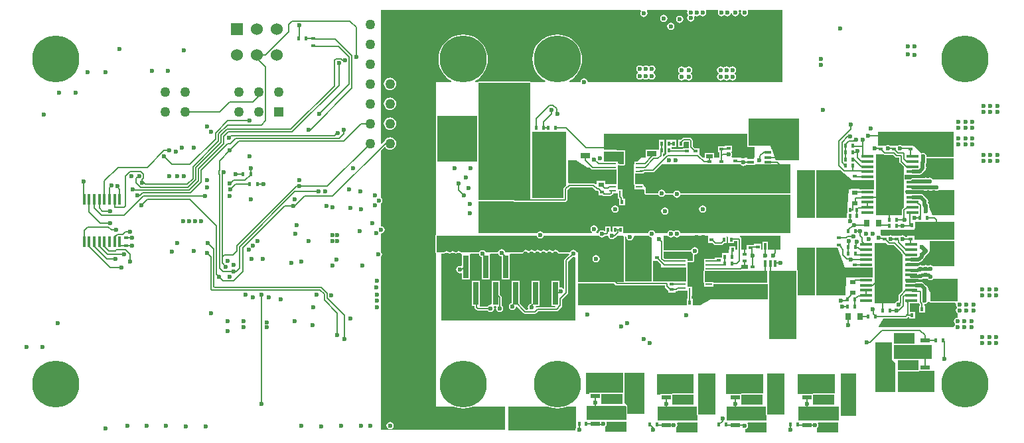
<source format=gtl>
G04*
G04 #@! TF.GenerationSoftware,Altium Limited,Altium Designer,18.1.11 (251)*
G04*
G04 Layer_Physical_Order=1*
G04 Layer_Color=255*
%FSLAX44Y44*%
%MOMM*%
G71*
G01*
G75*
%ADD10C,0.2000*%
%ADD16C,0.5000*%
%ADD17R,0.7400X2.9200*%
%ADD18R,0.4000X0.6000*%
%ADD19R,1.3000X0.8000*%
%ADD20R,1.3716X0.5080*%
%ADD21R,0.3500X1.4000*%
%ADD22R,0.6000X0.4000*%
%ADD23R,0.6000X0.4500*%
%ADD24R,0.4500X0.6000*%
%ADD25R,1.2700X0.5588*%
%ADD26R,0.9000X0.2600*%
%ADD27R,0.2600X0.9000*%
%ADD28R,2.0700X3.0700*%
%ADD29R,0.8000X0.6000*%
%ADD30R,1.0000X1.6000*%
%ADD31R,1.3000X0.7000*%
%ADD32R,0.7000X0.9000*%
%ADD33R,2.0250X2.6800*%
%ADD34R,1.5700X0.4100*%
%ADD35R,0.7000X1.3000*%
%ADD36R,0.5000X0.9000*%
%ADD37R,0.9000X0.5000*%
%ADD38R,0.3500X0.8500*%
%ADD39R,5.4100X1.8800*%
%ADD40R,1.4224X5.4102*%
%ADD41R,1.6000X1.0000*%
%ADD42R,0.8500X0.3500*%
%ADD61C,0.4000*%
%ADD62C,1.2700*%
%ADD63R,1.2700X1.2700*%
%ADD64C,6.0000*%
%ADD65C,1.5240*%
%ADD66R,1.5240X1.5240*%
%ADD67C,0.6000*%
G36*
X1181710Y653390D02*
X933593Y653390D01*
X933593Y653390D01*
X933242Y655155D01*
X932242Y656652D01*
X930745Y657652D01*
X928980Y658003D01*
X927215Y657652D01*
X925718Y656652D01*
X924718Y655155D01*
X924367Y653390D01*
X924367Y653390D01*
X910181D01*
X909822Y654660D01*
X913197Y656728D01*
X916970Y659950D01*
X920192Y663723D01*
X922785Y667954D01*
X924684Y672538D01*
X925842Y677363D01*
X926232Y682310D01*
X925842Y687257D01*
X924684Y692082D01*
X922785Y696666D01*
X920192Y700897D01*
X916970Y704670D01*
X913197Y707892D01*
X908966Y710485D01*
X904382Y712384D01*
X899557Y713542D01*
X894610Y713932D01*
X889663Y713542D01*
X884838Y712384D01*
X880254Y710485D01*
X876023Y707892D01*
X872250Y704670D01*
X869028Y700897D01*
X866435Y696666D01*
X864536Y692082D01*
X863378Y687257D01*
X862989Y682310D01*
X863378Y677363D01*
X864536Y672538D01*
X866435Y667954D01*
X869028Y663723D01*
X872250Y659950D01*
X876023Y656728D01*
X879398Y654660D01*
X879039Y653390D01*
X861317D01*
X860400Y653770D01*
X794360D01*
X793444Y653390D01*
X790181D01*
X789822Y654660D01*
X793197Y656728D01*
X796970Y659950D01*
X800192Y663723D01*
X802785Y667954D01*
X804684Y672538D01*
X805842Y677363D01*
X806232Y682310D01*
X805842Y687257D01*
X804684Y692082D01*
X802785Y696666D01*
X800192Y700897D01*
X796970Y704670D01*
X793197Y707892D01*
X788966Y710485D01*
X784382Y712384D01*
X779557Y713542D01*
X774610Y713932D01*
X769663Y713542D01*
X764838Y712384D01*
X760254Y710485D01*
X756023Y707892D01*
X752250Y704670D01*
X749028Y700897D01*
X746435Y696666D01*
X744536Y692082D01*
X743378Y687257D01*
X742989Y682310D01*
X743378Y677363D01*
X744536Y672538D01*
X746435Y667954D01*
X749028Y663723D01*
X752250Y659950D01*
X756023Y656728D01*
X759398Y654660D01*
X759039Y653390D01*
X739992D01*
Y610794D01*
X739750Y610210D01*
X739750Y551790D01*
X739992Y551206D01*
Y458004D01*
X739854Y457946D01*
X739370Y456780D01*
Y435533D01*
X739854Y434366D01*
X739992Y434309D01*
X739992Y238100D01*
X762753Y238100D01*
X764838Y237236D01*
X769663Y236078D01*
X774610Y235688D01*
X779557Y236078D01*
X784382Y237236D01*
X786467Y238100D01*
X827622Y238100D01*
X827622Y208203D01*
X682959Y208203D01*
X681968Y208876D01*
X681968Y208876D01*
X681968D01*
X681909Y209473D01*
X681973Y209485D01*
X683095Y209708D01*
X684592Y210708D01*
X685592Y212205D01*
X685943Y213970D01*
X685592Y215735D01*
X684592Y217232D01*
X683095Y218232D01*
X681330Y218583D01*
X679565Y218232D01*
X678068Y217232D01*
X677068Y215735D01*
X676717Y213970D01*
X677068Y212205D01*
X678068Y210708D01*
X679565Y209708D01*
X680687Y209485D01*
X680751Y209473D01*
X680692Y208876D01*
X680692D01*
X680692Y208876D01*
X679701Y208203D01*
X669900D01*
X669900Y429998D01*
X670603Y431051D01*
X670955Y432816D01*
X670603Y434581D01*
X669900Y435634D01*
Y459547D01*
X669900Y459547D01*
X671665Y459898D01*
X673162Y460898D01*
X674162Y462395D01*
X674513Y464160D01*
X674162Y465925D01*
X673162Y467422D01*
X671665Y468422D01*
X669900Y468773D01*
X669900Y468773D01*
Y498305D01*
X670275Y498556D01*
X671275Y500052D01*
X671626Y501817D01*
X671275Y503582D01*
X670275Y505079D01*
X669900Y505329D01*
Y565738D01*
X673940Y569778D01*
X675207Y569695D01*
X675714Y569034D01*
X677359Y567772D01*
X679275Y566979D01*
X681330Y566708D01*
X683386Y566979D01*
X685301Y567772D01*
X686946Y569034D01*
X688208Y570679D01*
X689001Y572594D01*
X689272Y574650D01*
X689001Y576706D01*
X688208Y578621D01*
X686946Y580266D01*
X685301Y581528D01*
X683386Y582321D01*
X681330Y582592D01*
X679275Y582321D01*
X677359Y581528D01*
X675714Y580266D01*
X674452Y578621D01*
X673659Y576706D01*
X673654Y576671D01*
X673352Y576470D01*
X671073Y574191D01*
X669900Y574677D01*
X669900Y657200D01*
X669900Y744902D01*
X1000806D01*
X1001484Y743632D01*
X1000919Y742785D01*
X1000567Y741020D01*
X1000919Y739255D01*
X1001918Y737758D01*
X1003415Y736758D01*
X1005180Y736407D01*
X1006945Y736758D01*
X1008442Y737758D01*
X1009442Y739255D01*
X1009793Y741020D01*
X1009442Y742785D01*
X1008876Y743632D01*
X1009554Y744902D01*
X1060188D01*
X1060787Y743782D01*
X1060609Y743515D01*
X1060257Y741750D01*
X1060609Y739985D01*
X1061608Y738488D01*
Y738328D01*
X1060609Y736831D01*
X1060257Y735066D01*
X1060609Y733301D01*
X1061608Y731804D01*
X1063105Y730805D01*
X1064870Y730453D01*
X1066635Y730805D01*
X1068132Y731804D01*
X1069131Y733301D01*
X1069483Y735066D01*
X1069131Y736831D01*
X1068897Y737183D01*
X1069812Y738098D01*
X1070725Y737488D01*
X1072490Y737137D01*
X1074255Y737488D01*
X1075551Y738354D01*
X1076370Y738485D01*
X1077189Y738354D01*
X1078485Y737488D01*
X1080250Y737137D01*
X1082015Y737488D01*
X1083512Y738488D01*
X1084511Y739985D01*
X1084863Y741750D01*
X1084511Y743515D01*
X1084333Y743782D01*
X1084932Y744902D01*
X1099558D01*
X1100157Y743782D01*
X1099978Y743515D01*
X1099627Y741750D01*
X1099978Y739985D01*
X1100978Y738488D01*
X1102475Y737488D01*
X1104240Y737137D01*
X1106005Y737488D01*
X1107182Y738275D01*
X1107976Y738420D01*
X1108896Y738289D01*
X1110039Y737525D01*
X1111804Y737174D01*
X1113569Y737525D01*
X1115066Y738525D01*
X1116066Y740021D01*
X1116251Y740953D01*
X1117546D01*
X1117738Y739985D01*
X1118738Y738488D01*
X1120235Y737488D01*
X1122000Y737137D01*
X1123765Y737488D01*
X1125262Y738488D01*
X1126262Y739985D01*
X1126613Y741750D01*
X1126262Y743515D01*
X1126083Y743782D01*
X1126682Y744902D01*
X1128818D01*
X1129417Y743782D01*
X1129239Y743515D01*
X1128887Y741750D01*
X1129239Y739985D01*
X1130238Y738488D01*
X1131735Y737488D01*
X1133500Y737137D01*
X1135265Y737488D01*
X1136762Y738488D01*
X1137762Y739985D01*
X1138113Y741750D01*
X1137762Y743515D01*
X1137583Y743782D01*
X1138182Y744902D01*
X1181710D01*
X1181710Y653390D01*
D02*
G37*
G36*
X1400150Y557250D02*
X1366180D01*
X1365710Y557822D01*
X1365359Y559588D01*
X1364359Y561084D01*
X1362863Y562084D01*
X1361098Y562435D01*
X1359332Y562084D01*
X1358914Y561805D01*
X1350064Y570655D01*
Y571134D01*
X1349585D01*
X1348609Y572110D01*
X1334011D01*
X1333335Y572561D01*
X1331570Y572913D01*
X1329805Y572561D01*
X1329129Y572110D01*
X1318771D01*
X1318095Y572561D01*
X1316330Y572913D01*
X1314565Y572561D01*
X1313889Y572110D01*
X1303630D01*
Y589890D01*
X1400150D01*
Y557250D01*
D02*
G37*
G36*
X1136880Y571553D02*
X1137364Y570386D01*
X1138530Y569903D01*
X1146150D01*
Y556870D01*
X1117553D01*
X1116874Y558140D01*
X1117392Y558915D01*
X1117743Y560680D01*
X1117392Y562445D01*
X1116683Y563506D01*
X1117255Y564776D01*
X1117654D01*
Y571824D01*
X1108606D01*
Y570884D01*
X1099716D01*
Y563336D01*
X1101667D01*
Y559410D01*
X1101691Y559285D01*
X1101667Y559160D01*
Y556870D01*
X1095024D01*
Y562284D01*
X1082976D01*
Y556870D01*
X1079939D01*
X1075744Y561065D01*
Y568344D01*
X1070335D01*
X1067887Y570792D01*
Y577865D01*
X1067692Y578850D01*
X1067134Y579685D01*
X1065655Y581164D01*
X1064820Y581722D01*
X1063836Y581917D01*
X1055744D01*
X1054760Y581722D01*
X1053925Y581164D01*
X1052446Y579685D01*
X1052206Y579325D01*
X1052055Y579174D01*
X1048646D01*
Y570126D01*
X1055694D01*
Y575535D01*
X1056086Y575926D01*
X1056326Y576286D01*
X1056811Y576771D01*
X1062740D01*
Y569726D01*
X1062763Y569614D01*
X1061791Y568344D01*
X1055266D01*
Y567144D01*
X1040454D01*
Y570126D01*
X1046694D01*
Y579174D01*
X1033406D01*
Y570126D01*
Y561236D01*
X1032684Y560265D01*
X1030591Y558173D01*
X1029421Y558798D01*
X1029540Y559397D01*
Y561236D01*
X1031454D01*
Y570126D01*
Y579174D01*
X1024406D01*
Y566914D01*
X1023364Y566364D01*
X1007316D01*
Y556870D01*
X1001370D01*
X996294Y551794D01*
X993146D01*
Y548646D01*
X992480Y547980D01*
Y525120D01*
X992544D01*
Y522580D01*
X993028Y521414D01*
X993146Y521365D01*
Y516146D01*
X1004800D01*
X1006070Y515239D01*
X1006070Y511150D01*
X1006072Y511146D01*
X1006554Y509984D01*
X1007720Y509500D01*
X1022157D01*
X1023427Y509501D01*
X1023503Y509532D01*
X1023779Y509385D01*
X1024778Y507888D01*
X1026275Y506889D01*
X1028040Y506537D01*
X1029805Y506889D01*
X1031302Y507888D01*
X1032301Y509385D01*
X1032577Y509532D01*
X1032653Y509501D01*
X1033923Y509500D01*
X1042553D01*
X1042829Y508115D01*
X1043828Y506618D01*
X1045325Y505619D01*
X1047090Y505267D01*
X1048855Y505619D01*
X1050352Y506618D01*
X1051351Y508115D01*
X1051627Y509500D01*
X1191870Y509500D01*
Y460350D01*
X1051450D01*
X1051351Y460845D01*
X1050352Y462342D01*
X1048855Y463341D01*
X1047090Y463693D01*
X1045325Y463341D01*
X1044126Y462541D01*
X1043280Y462420D01*
X1042434Y462541D01*
X1041235Y463341D01*
X1039470Y463693D01*
X1037705Y463341D01*
X1036208Y462342D01*
X1035209Y460845D01*
X1035110Y460350D01*
X1019700D01*
X1019602Y460845D01*
X1018602Y462342D01*
X1017105Y463341D01*
X1015340Y463693D01*
X1013575Y463341D01*
X1012078Y462342D01*
X1011078Y460845D01*
X1010980Y460350D01*
X978804D01*
Y468684D01*
X964936D01*
Y462004D01*
X963965Y461438D01*
X962984Y462142D01*
Y468684D01*
X955936D01*
Y463409D01*
X955905Y463252D01*
X955592Y463045D01*
X954617Y462666D01*
X953605Y463341D01*
X951840Y463693D01*
X950075Y463341D01*
X948578Y462342D01*
X947579Y460845D01*
X947480Y460350D01*
X944506D01*
X944121Y461620D01*
X944942Y462168D01*
X945941Y463665D01*
X946293Y465430D01*
X945941Y467195D01*
X944942Y468692D01*
X943445Y469692D01*
X941680Y470043D01*
X939915Y469692D01*
X938418Y468692D01*
X937419Y467195D01*
X937067Y465430D01*
X937419Y463665D01*
X938418Y462168D01*
X939239Y461620D01*
X938854Y460350D01*
X876844D01*
X876362Y461072D01*
X874865Y462071D01*
X873100Y462423D01*
X871335Y462071D01*
X869838Y461072D01*
X869356Y460350D01*
X794360D01*
Y500610D01*
X838740D01*
X838910Y500440D01*
X839745Y499882D01*
X840730Y499687D01*
X903814D01*
X904799Y499882D01*
X905634Y500440D01*
X906806Y501612D01*
X907364Y502447D01*
X907559Y503432D01*
Y515300D01*
X910996Y518737D01*
X939555D01*
X943705Y514586D01*
X944540Y514028D01*
X945525Y513833D01*
X946244D01*
X947316Y512760D01*
Y508566D01*
X951990D01*
X952020Y508520D01*
X952560Y507980D01*
X953395Y507422D01*
X954380Y507226D01*
X961920D01*
X962905Y507422D01*
X963740Y507980D01*
X965090Y509330D01*
X965648Y510165D01*
X965843Y511146D01*
X971494D01*
X971996Y510084D01*
Y503596D01*
X973497D01*
Y500970D01*
X973546Y500721D01*
Y495196D01*
X981094D01*
Y504244D01*
X978643D01*
Y505170D01*
X978448Y506155D01*
X977890Y506990D01*
X977644Y507235D01*
Y509984D01*
Y515644D01*
X971996D01*
X971494Y516706D01*
Y521365D01*
X971612Y521414D01*
X972096Y522580D01*
Y541146D01*
X971612Y542312D01*
X971494Y542361D01*
Y545796D01*
X972415Y546988D01*
X975595Y546701D01*
X975671Y546725D01*
X975744Y546694D01*
X979780D01*
X980946Y547178D01*
X981430Y548344D01*
X981430Y564490D01*
X980946Y565656D01*
X979780Y566140D01*
X970024D01*
Y566254D01*
X954380D01*
Y587350D01*
X1136880Y587350D01*
Y571553D01*
D02*
G37*
G36*
X1203300Y553096D02*
X1173801D01*
X1168844Y565611D01*
Y566644D01*
X1168435D01*
X1166491Y571553D01*
X1138530D01*
Y606400D01*
X1203300D01*
X1203300Y553096D01*
D02*
G37*
G36*
X792710Y610210D02*
Y551790D01*
X741400Y551790D01*
X741400Y610210D01*
X792710Y610210D01*
D02*
G37*
G36*
X979780Y548344D02*
X975744D01*
X971494Y548727D01*
Y551794D01*
X959446D01*
Y551543D01*
X954380D01*
X954380Y564490D01*
X979780Y564490D01*
X979780Y548344D01*
D02*
G37*
G36*
X1400150Y528930D02*
X1373414D01*
X1372932Y529652D01*
X1371435Y530652D01*
X1369670Y531003D01*
X1367905Y530652D01*
X1367667Y530493D01*
X1366593D01*
X1366355Y530652D01*
X1364590Y531003D01*
X1362825Y530652D01*
X1361728Y529919D01*
X1360939D01*
X1360701Y530078D01*
X1358936Y530429D01*
X1357171Y530078D01*
X1356933Y529919D01*
X1347886D01*
X1346316Y529607D01*
X1345354Y528964D01*
X1338086D01*
Y534816D01*
X1347369D01*
X1347886Y534713D01*
X1356977D01*
X1358547Y535025D01*
X1359878Y535915D01*
X1363681Y539718D01*
X1364570Y541049D01*
X1364605Y541224D01*
X1365042Y541877D01*
X1365393Y543642D01*
X1365042Y545407D01*
X1364883Y545645D01*
Y548202D01*
X1365677Y549390D01*
X1366028Y551155D01*
X1365677Y552920D01*
X1365518Y553158D01*
Y555600D01*
X1400150D01*
Y528930D01*
D02*
G37*
G36*
X918820Y553060D02*
X933281Y543420D01*
X936510D01*
X937780Y542150D01*
X938615Y541592D01*
X939600Y541397D01*
X959446D01*
Y541146D01*
X970446D01*
Y522580D01*
X956094D01*
Y526454D01*
X945046D01*
Y522580D01*
X942990D01*
X942440Y523130D01*
X941605Y523688D01*
X940620Y523884D01*
X909930D01*
X908660Y524908D01*
Y553060D01*
X918820Y553060D01*
D02*
G37*
G36*
X1255878Y540360D02*
X1271118Y527660D01*
X1298550Y527660D01*
Y516230D01*
X1279944Y516230D01*
Y516324D01*
X1268896D01*
Y516230D01*
X1266318D01*
X1264791Y494084D01*
X1264586D01*
Y491113D01*
X1263778Y479400D01*
X1224890Y479400D01*
X1224890Y540360D01*
X1255878Y540360D01*
D02*
G37*
G36*
X1401402Y483210D02*
X1373480D01*
X1368859Y492914D01*
X1369203Y494640D01*
X1368851Y496405D01*
X1367852Y497902D01*
X1367661Y499225D01*
X1368012Y500990D01*
X1367661Y502755D01*
X1366661Y504252D01*
X1365165Y505252D01*
X1364785Y505327D01*
X1361747Y508365D01*
X1361387Y508606D01*
X1360780Y509880D01*
X1339190D01*
X1338170Y513959D01*
X1338952Y514960D01*
X1346108D01*
X1347580Y514667D01*
X1347691Y514689D01*
X1362554D01*
X1362825Y514509D01*
X1364590Y514157D01*
X1366355Y514509D01*
X1366626Y514689D01*
X1368905D01*
X1369175Y514509D01*
X1370940Y514157D01*
X1372705Y514509D01*
X1372976Y514689D01*
X1376525D01*
X1376795Y514509D01*
X1378560Y514157D01*
X1380325Y514509D01*
X1381001Y514960D01*
X1401402D01*
Y483210D01*
D02*
G37*
G36*
X1084476Y547980D02*
Y547686D01*
X1093524D01*
Y547980D01*
X1099716D01*
Y547686D01*
X1108764D01*
Y547980D01*
X1128436D01*
X1128918Y547258D01*
X1130415Y546259D01*
X1132180Y545907D01*
X1133945Y546259D01*
X1134290Y546489D01*
X1135296Y547096D01*
Y547096D01*
X1135296Y547096D01*
X1146844D01*
Y547980D01*
X1191870D01*
X1191870Y511150D01*
X1051450Y511150D01*
X1051351Y511645D01*
X1050352Y513142D01*
X1048855Y514142D01*
X1047090Y514493D01*
X1045325Y514142D01*
X1043828Y513142D01*
X1042829Y511645D01*
X1042730Y511150D01*
X1033923D01*
X1032653Y511150D01*
X1032301Y512915D01*
X1031302Y514412D01*
X1029805Y515411D01*
X1028040Y515763D01*
X1026275Y515411D01*
X1024778Y514412D01*
X1023779Y512915D01*
X1023427Y511150D01*
X1022157Y511150D01*
X1007720D01*
X1007720Y518770D01*
X1005194Y521296D01*
Y521794D01*
X1004696D01*
X1003910Y522580D01*
X994194D01*
Y536146D01*
X1005194D01*
Y537140D01*
X1005659Y537450D01*
X1006081Y537873D01*
X1016504D01*
X1017489Y538068D01*
X1018324Y538626D01*
X1027677Y547980D01*
X1084476Y547980D01*
D02*
G37*
G36*
X906120Y521139D02*
X903166Y518186D01*
X902608Y517351D01*
X902412Y516366D01*
Y504833D01*
X862940D01*
X862940Y589890D01*
X906120D01*
X906120Y521139D01*
D02*
G37*
G36*
X860400Y502260D02*
X794360D01*
Y652120D01*
X860400D01*
Y502260D01*
D02*
G37*
G36*
X1311289Y560398D02*
X1312274Y560203D01*
X1323232D01*
X1326003Y557432D01*
X1326837Y556875D01*
X1327822Y556679D01*
X1330988D01*
Y551819D01*
X1331184Y550834D01*
X1331742Y549999D01*
X1336650Y545091D01*
Y535332D01*
X1336436Y534816D01*
Y528964D01*
X1336650Y528448D01*
Y514179D01*
X1336533Y513757D01*
X1336586Y513665D01*
X1336570Y513559D01*
X1336650Y513239D01*
Y492689D01*
X1335266Y491305D01*
X1334708Y490470D01*
X1334512Y489486D01*
Y483210D01*
X1301090D01*
Y560680D01*
X1310868D01*
X1311289Y560398D01*
D02*
G37*
G36*
X1223240Y479400D02*
X1200760D01*
Y540360D01*
X1223240D01*
X1223240Y479400D01*
D02*
G37*
G36*
X1401402Y451655D02*
X1369670Y451655D01*
X1369199Y451460D01*
X1350064D01*
Y456254D01*
X1341016D01*
Y455303D01*
X1339101D01*
X1338642Y455992D01*
X1337145Y456992D01*
X1335380Y457343D01*
X1333615Y456992D01*
X1333331Y456802D01*
X1332284Y456254D01*
Y456254D01*
X1332284Y456254D01*
X1323236D01*
X1323236Y456254D01*
Y456254D01*
X1322194Y456799D01*
X1321905Y456992D01*
X1320140Y457343D01*
X1318375Y456992D01*
X1318091Y456802D01*
X1317044Y456254D01*
Y456254D01*
X1317044Y456254D01*
X1308835D01*
X1308162Y457262D01*
X1307440Y457744D01*
X1307440Y464160D01*
X1350620Y464160D01*
Y465692D01*
X1350914Y465986D01*
X1350914D01*
Y474320D01*
X1401402Y474320D01*
Y451655D01*
D02*
G37*
G36*
X1087016Y455172D02*
Y447686D01*
X1092425D01*
X1094724Y445386D01*
X1095559Y444828D01*
X1096544Y444633D01*
X1104106D01*
X1105091Y444828D01*
X1105926Y445386D01*
X1107475Y446936D01*
X1110884D01*
X1110884Y455506D01*
X1111852Y455862D01*
X1112836Y455006D01*
Y446936D01*
X1119884D01*
Y450190D01*
X1124527D01*
Y438574D01*
X1121904D01*
Y443284D01*
X1114356D01*
Y438574D01*
X1113130D01*
X1112913Y435350D01*
X1112154Y434394D01*
X1105106D01*
Y430101D01*
X1104954Y428894D01*
X1095906D01*
Y427383D01*
X1088370D01*
X1088121Y427334D01*
X1082046D01*
Y421686D01*
Y412901D01*
X1081928Y412852D01*
X1081444Y411686D01*
Y397915D01*
X1062181D01*
X1060996Y399185D01*
Y415900D01*
X1060512Y417066D01*
X1060394Y417116D01*
Y421774D01*
X1060896Y422836D01*
X1066544D01*
Y422860D01*
X1067410D01*
X1068576Y423344D01*
X1069060Y424510D01*
X1069060Y432147D01*
X1069950Y432877D01*
X1071715Y433228D01*
X1073212Y434228D01*
X1074212Y435725D01*
X1074563Y437490D01*
X1074212Y439255D01*
X1073212Y440752D01*
X1071715Y441752D01*
X1069950Y442103D01*
X1068185Y441752D01*
X1066688Y440752D01*
X1065688Y439255D01*
X1065413Y437869D01*
X1030613Y437869D01*
Y449252D01*
X1030580Y449420D01*
Y456442D01*
X1035792D01*
X1036208Y455818D01*
X1037705Y454818D01*
X1039470Y454467D01*
X1041235Y454818D01*
X1042732Y455818D01*
X1043828D01*
X1045325Y454818D01*
X1047090Y454467D01*
X1048855Y454818D01*
X1050352Y455818D01*
X1050768Y456442D01*
X1086865D01*
X1087016Y455172D01*
D02*
G37*
G36*
X978705Y456604D02*
X979125Y456093D01*
X979400Y455510D01*
Y398014D01*
X978408Y397090D01*
X921360D01*
Y435533D01*
X919238D01*
X919214Y435648D01*
X918215Y437145D01*
X916718Y438145D01*
X914953Y438496D01*
X913188Y438145D01*
X911691Y437145D01*
X910692Y435648D01*
X910668Y435533D01*
X896927D01*
X896898Y435680D01*
X895898Y437176D01*
X894401Y438176D01*
X892636Y438527D01*
X890871Y438176D01*
X889672Y437375D01*
X888826Y437255D01*
X887980Y437375D01*
X886781Y438176D01*
X885016Y438527D01*
X883251Y438176D01*
X882052Y437375D01*
X881206Y437255D01*
X880360Y437375D01*
X879161Y438176D01*
X877396Y438527D01*
X875631Y438176D01*
X874432Y437375D01*
X873586Y437255D01*
X872740Y437375D01*
X871541Y438176D01*
X869776Y438527D01*
X868011Y438176D01*
X866812Y437375D01*
X865966Y437255D01*
X865120Y437375D01*
X863921Y438176D01*
X862156Y438527D01*
X860391Y438176D01*
X859192Y437375D01*
X858346Y437255D01*
X857500Y437375D01*
X856301Y438176D01*
X854536Y438527D01*
X852771Y438176D01*
X851274Y437176D01*
X850275Y435680D01*
X850245Y435533D01*
X828067Y435533D01*
X827831Y436715D01*
X826832Y438212D01*
X825335Y439212D01*
X823570Y439563D01*
X821805Y439212D01*
X820308Y438212D01*
X819308Y436715D01*
X819073Y435533D01*
X803643D01*
X802702Y436942D01*
X801205Y437942D01*
X799440Y438293D01*
X797675Y437942D01*
X796178Y436942D01*
X795237Y435533D01*
X772315D01*
X772222Y435672D01*
X770725Y436671D01*
X768960Y437023D01*
X767195Y436671D01*
X765844Y435769D01*
X764602Y435672D01*
X763105Y436671D01*
X761340Y437023D01*
X759575Y436671D01*
X758224Y435769D01*
X757530Y435714D01*
X756836Y435769D01*
X755485Y436671D01*
X753720Y437023D01*
X751955Y436671D01*
X750458Y435672D01*
X750366Y435533D01*
X741020D01*
Y456780D01*
X868692Y456780D01*
X868839Y456045D01*
X869838Y454548D01*
X871335Y453549D01*
X873100Y453197D01*
X874865Y453549D01*
X876362Y454548D01*
X877362Y456045D01*
X877508Y456780D01*
X947936D01*
X948578Y455818D01*
X950075Y454818D01*
X951840Y454467D01*
X953605Y454818D01*
X955102Y455818D01*
X955561Y456507D01*
X957840D01*
X958825Y456702D01*
X959824Y455990D01*
X960018Y455015D01*
X961018Y453518D01*
X962515Y452519D01*
X964280Y452167D01*
X966045Y452519D01*
X967542Y453518D01*
X968079Y454323D01*
X968479Y454402D01*
X969314Y454960D01*
X971133Y456780D01*
X978408D01*
X978705Y456604D01*
D02*
G37*
G36*
X1012078Y455818D02*
X1013575Y454818D01*
X1015340Y454467D01*
Y398014D01*
X981050D01*
Y455758D01*
X981723Y455991D01*
X982088Y455743D01*
X982826Y455078D01*
X983139Y453505D01*
X984138Y452008D01*
X985635Y451008D01*
X987400Y450657D01*
X989165Y451008D01*
X990662Y452008D01*
X991662Y453505D01*
X992013Y455270D01*
X991955Y455558D01*
X992761Y456540D01*
X1011596Y456540D01*
X1012078Y455818D01*
D02*
G37*
G36*
X1179250Y438574D02*
X1163244D01*
Y449184D01*
X1156696D01*
Y439295D01*
X1155911Y438939D01*
X1154684Y439643D01*
Y446090D01*
X1145636D01*
X1145594Y445154D01*
X1136546D01*
Y438574D01*
X1129673D01*
Y452763D01*
X1129478Y453748D01*
X1128920Y454583D01*
X1128085Y455141D01*
X1127931Y455172D01*
X1128056Y456442D01*
X1179250D01*
X1179250Y438574D01*
D02*
G37*
G36*
X1065688Y435725D02*
X1066688Y434228D01*
X1067410Y433746D01*
X1067410Y424510D01*
X1060394D01*
Y427334D01*
X1048346D01*
Y427083D01*
X1031826D01*
X1030613Y428297D01*
Y436220D01*
X1065590Y436220D01*
X1065688Y435725D01*
D02*
G37*
G36*
X1401402Y450005D02*
Y417355D01*
X1385502Y417355D01*
X1374561D01*
X1374202Y417892D01*
X1372705Y418891D01*
X1370940Y419243D01*
X1369175Y418891D01*
X1368174Y418223D01*
X1367356D01*
X1366355Y418891D01*
X1364590Y419243D01*
X1362825Y418891D01*
X1361681Y418127D01*
X1360597D01*
X1359597Y418796D01*
X1357832Y419147D01*
X1356067Y418796D01*
X1354570Y417796D01*
X1354276Y417355D01*
X1340058D01*
Y422226D01*
X1344406D01*
X1344730Y422010D01*
X1346300Y421697D01*
X1347870Y422010D01*
X1348040Y422123D01*
X1355817D01*
X1357387Y422435D01*
X1358718Y423325D01*
X1361127Y425734D01*
X1361683Y425823D01*
X1367215Y433803D01*
X1367852Y434228D01*
X1368851Y435725D01*
X1368974Y436340D01*
X1369670Y437344D01*
Y450005D01*
X1401402Y450005D01*
D02*
G37*
G36*
X895526Y434763D02*
X895623Y434699D01*
X895760Y434366D01*
X895916Y434302D01*
X896010Y434161D01*
X896482Y434067D01*
X896927Y433883D01*
X909518D01*
X910044Y432613D01*
X904300Y426870D01*
X903742Y426035D01*
X903547Y425050D01*
Y389502D01*
X902277Y389117D01*
X902256Y389147D01*
X900760Y390147D01*
X898995Y390498D01*
X898356Y390371D01*
X897374Y391177D01*
Y398974D01*
X886926D01*
Y366726D01*
X891444D01*
X892107Y365456D01*
X891882Y365134D01*
X869098D01*
X868113Y364938D01*
X868051Y364896D01*
X866705Y365484D01*
X866694Y365566D01*
X867707Y366726D01*
X871974D01*
Y398974D01*
X861526D01*
Y370365D01*
X860675Y369515D01*
X859905Y369361D01*
X858408Y368362D01*
X857409Y366865D01*
X857057Y365100D01*
X857392Y363419D01*
X857383Y363141D01*
X856853Y362150D01*
X854790D01*
X846574Y370365D01*
Y398974D01*
X836126D01*
Y370701D01*
X835775Y370631D01*
X834278Y369632D01*
X833279Y368135D01*
X832927Y366370D01*
X833279Y364605D01*
X834278Y363108D01*
X835775Y362108D01*
X837540Y361757D01*
X839305Y362108D01*
X840802Y363108D01*
X841802Y364605D01*
X842044Y365821D01*
X843363Y366297D01*
X851904Y357756D01*
X852739Y357198D01*
X853724Y357003D01*
X866114D01*
X867099Y357198D01*
X867934Y357756D01*
X870164Y359987D01*
X893729D01*
X894714Y360182D01*
X895549Y360740D01*
X900320Y365511D01*
X900878Y366346D01*
X901074Y367331D01*
Y375464D01*
X907940Y382330D01*
X908498Y383165D01*
X908693Y384150D01*
Y423984D01*
X914141Y429432D01*
X914953Y429271D01*
X916629Y429604D01*
X916913Y429590D01*
X917899Y429063D01*
X917899Y348590D01*
X746449Y348590D01*
X746449Y433883D01*
X750366D01*
X750522Y433948D01*
X750687Y433915D01*
X751087Y434182D01*
X751370Y434299D01*
X751375Y434300D01*
X751379Y434303D01*
X751532Y434366D01*
X751554Y434420D01*
X752348Y434950D01*
X755092D01*
X755920Y434397D01*
X756332Y434315D01*
X756708Y434124D01*
X757401Y434070D01*
X757530Y434112D01*
X757659Y434070D01*
X758353Y434124D01*
X758727Y434315D01*
X759140Y434397D01*
X759968Y434950D01*
X762712D01*
X763685Y434300D01*
X764216Y434194D01*
X764730Y434027D01*
X765973Y434124D01*
X766348Y434315D01*
X766760Y434397D01*
X767588Y434950D01*
X770332D01*
X771126Y434420D01*
X771148Y434366D01*
X771301Y434303D01*
X771305Y434300D01*
X771310Y434299D01*
X771593Y434182D01*
X771702Y434109D01*
X772081Y433767D01*
X772559Y432962D01*
X772626Y432710D01*
Y418611D01*
X771356Y417749D01*
X770230Y417973D01*
X768465Y417621D01*
X766968Y416622D01*
X765968Y415125D01*
X765617Y413360D01*
X765968Y411595D01*
X766968Y410098D01*
X768465Y409099D01*
X770230Y408747D01*
X771356Y408971D01*
X772626Y408109D01*
Y401026D01*
X783074D01*
Y432613D01*
X783074Y433274D01*
X784092Y433883D01*
X794661D01*
X794827Y433680D01*
X795179Y431915D01*
X796178Y430418D01*
X797675Y429418D01*
X798026Y429349D01*
Y401026D01*
X808474D01*
Y433274D01*
X809492Y433883D01*
X819073D01*
X819181Y433825D01*
X819308Y433185D01*
X820308Y431688D01*
X821805Y430689D01*
X823426Y430366D01*
Y401026D01*
X833874D01*
Y433274D01*
X834892Y433883D01*
X850245Y433883D01*
X850690Y434067D01*
X851161Y434161D01*
X851255Y434302D01*
X851412Y434366D01*
X851549Y434699D01*
X851646Y434763D01*
X851771Y434950D01*
X895401D01*
X895526Y434763D01*
D02*
G37*
G36*
X1405230Y372720D02*
X1370940D01*
X1370940Y384161D01*
X1367766Y388122D01*
X1367933Y388959D01*
X1367581Y390725D01*
X1366582Y392221D01*
X1365085Y393221D01*
X1364805Y393277D01*
X1362307Y395775D01*
X1360975Y396665D01*
X1359405Y396977D01*
X1351650D01*
X1351133Y396874D01*
X1339184D01*
X1338170Y400929D01*
X1338952Y401930D01*
X1345551D01*
X1346300Y401781D01*
X1354420D01*
X1354467Y401749D01*
X1354526Y401660D01*
X1356023Y400661D01*
X1357788Y400309D01*
X1359553Y400661D01*
X1361050Y401660D01*
X1361230Y401930D01*
X1367196D01*
X1367678Y401208D01*
X1369175Y400209D01*
X1370940Y399857D01*
X1372705Y400209D01*
X1374202Y401208D01*
X1374684Y401930D01*
X1405230D01*
Y372720D01*
D02*
G37*
G36*
X1026770Y419878D02*
X1026770Y415900D01*
X1059346Y415900D01*
Y398120D01*
X1045264D01*
Y398164D01*
X1036216D01*
Y398120D01*
X1016990D01*
Y424790D01*
X1021857D01*
X1026770Y419878D01*
D02*
G37*
G36*
X1162660Y412090D02*
Y396850D01*
X1125830Y396850D01*
X1094094Y396850D01*
Y397334D01*
X1083094D01*
Y411686D01*
X1094094D01*
Y411937D01*
X1128910D01*
X1129681Y412090D01*
X1162660D01*
D02*
G37*
G36*
X1223240Y380340D02*
X1201140D01*
X1201140Y412090D01*
X1200760Y413006D01*
Y441300D01*
X1223240D01*
X1223240Y380340D01*
D02*
G37*
G36*
X1251999Y441300D02*
X1261851Y415900D01*
X1269896Y415900D01*
Y415856D01*
X1278944D01*
X1278944Y415856D01*
X1279526Y415726D01*
X1279526Y415726D01*
X1280160Y415726D01*
X1297280D01*
X1297280Y403374D01*
X1279526D01*
Y403200D01*
X1263515Y403200D01*
X1261939Y380340D01*
X1224890Y380340D01*
X1224890Y441300D01*
X1251999Y441300D01*
D02*
G37*
G36*
X1316032Y445386D02*
X1316867Y444828D01*
X1317852Y444633D01*
X1323710D01*
X1333530Y434813D01*
X1333548Y434720D01*
X1334106Y433885D01*
X1335380Y432611D01*
Y386519D01*
X1330582Y381722D01*
X1330024Y380887D01*
X1329829Y379902D01*
Y373429D01*
X1328535Y373172D01*
X1327038Y372172D01*
X1326039Y370675D01*
X1325940Y370180D01*
X1299820D01*
Y447650D01*
X1313768D01*
X1316032Y445386D01*
D02*
G37*
G36*
X1081928Y396168D02*
X1082046Y396119D01*
Y391686D01*
X1094094D01*
Y395201D01*
X1125830Y395200D01*
X1162660Y395200D01*
X1163550Y394605D01*
X1163550Y375260D01*
X1090270D01*
X1077207Y367640D01*
X1067294D01*
Y375974D01*
X1066193D01*
Y379136D01*
X1066544D01*
Y391184D01*
X1060896D01*
X1060394Y392246D01*
Y396850D01*
X1081645D01*
X1081928Y396168D01*
D02*
G37*
G36*
X968931Y393621D02*
X969766Y393063D01*
X970750Y392867D01*
X1031817D01*
Y391921D01*
X1032012Y390936D01*
X1032570Y390101D01*
X1036216Y386455D01*
Y384106D01*
X1045264D01*
Y385307D01*
X1046207D01*
X1047192Y385502D01*
X1048027Y386060D01*
X1048653Y386686D01*
X1060394D01*
X1060896Y385624D01*
Y379136D01*
X1061047D01*
Y375974D01*
X1059746D01*
Y367640D01*
X921360Y367640D01*
X921360Y394170D01*
X921360Y395440D01*
X967111D01*
X968931Y393621D01*
D02*
G37*
G36*
X1369524Y372156D02*
X1369774Y371554D01*
X1370940Y371070D01*
X1402361D01*
X1403335Y369800D01*
X1403157Y368910D01*
X1403508Y367145D01*
X1404310Y365946D01*
X1404430Y365100D01*
X1404310Y364254D01*
X1403508Y363055D01*
X1403157Y361290D01*
X1403508Y359525D01*
X1404508Y358028D01*
X1405230Y357546D01*
Y351933D01*
X1403465Y351581D01*
X1401968Y350582D01*
X1400968Y349085D01*
X1400617Y347320D01*
X1400968Y345555D01*
X1401770Y344356D01*
X1401890Y343510D01*
X1401770Y342664D01*
X1400968Y341465D01*
X1400617Y339700D01*
X1304965D01*
X1304360Y340817D01*
X1310978Y350939D01*
X1339032D01*
X1340017Y351134D01*
X1340852Y351692D01*
X1341526Y352367D01*
X1343866D01*
Y350416D01*
X1350914D01*
Y359464D01*
X1344461D01*
Y370226D01*
X1355674D01*
X1355916Y369972D01*
X1355976Y369882D01*
X1357504Y368354D01*
X1357487Y367084D01*
X1356566D01*
Y358036D01*
X1363614D01*
Y367084D01*
X1363125D01*
X1362762Y368292D01*
X1363408Y369395D01*
X1365085Y369729D01*
X1366582Y370728D01*
X1367552Y372181D01*
X1369524Y372156D01*
D02*
G37*
G36*
X1199490Y324460D02*
X1165200Y324460D01*
X1165200Y412090D01*
X1199490D01*
X1199490Y324460D01*
D02*
G37*
G36*
X1350620Y318490D02*
X1325220D01*
X1323950Y319760D01*
X1323950Y332080D01*
X1350620D01*
X1350620Y318490D01*
D02*
G37*
G36*
X1372210Y299060D02*
X1323950D01*
Y316840D01*
X1372210D01*
Y299060D01*
D02*
G37*
G36*
X1355700Y285090D02*
X1329030D01*
X1329030Y297410D01*
X1355700D01*
X1355700Y285090D01*
D02*
G37*
G36*
X1376020Y257150D02*
X1329030D01*
Y283440D01*
X1355700D01*
X1356616Y283820D01*
X1376020D01*
Y257150D01*
D02*
G37*
G36*
X1321993Y297928D02*
X1325803Y294118D01*
X1325803Y257150D01*
X1300403Y257150D01*
X1300403Y320650D01*
X1321993D01*
X1321993Y297928D01*
D02*
G37*
G36*
X1248385Y255847D02*
X1247750Y254736D01*
X1221080D01*
X1220777Y254610D01*
X1201395D01*
Y280010D01*
X1248385D01*
Y255847D01*
D02*
G37*
G36*
X1156945D02*
X1156310Y254736D01*
X1129640D01*
X1129337Y254610D01*
X1109955D01*
Y280010D01*
X1156945D01*
Y255847D01*
D02*
G37*
G36*
X978455Y256430D02*
X977820Y256006D01*
X951150D01*
X950847Y255880D01*
X935402D01*
Y254610D01*
X931465D01*
Y281280D01*
X978455D01*
Y256430D01*
D02*
G37*
G36*
X1068735Y255160D02*
X1068100Y254736D01*
X1041430D01*
X1041127Y254610D01*
X1025682D01*
Y253340D01*
X1021745D01*
Y280010D01*
X1068735D01*
Y255160D01*
D02*
G37*
G36*
X977820Y241656D02*
X951150D01*
X951150Y254356D01*
X977820D01*
X977820Y241656D01*
D02*
G37*
G36*
X1247750Y240386D02*
X1221080D01*
X1221080Y253086D01*
X1247750D01*
X1247750Y240386D01*
D02*
G37*
G36*
X1156310D02*
X1129640D01*
X1129640Y253086D01*
X1156310D01*
X1156310Y240386D01*
D02*
G37*
G36*
X1068100D02*
X1041430D01*
X1041430Y253086D01*
X1068100D01*
X1068100Y240386D01*
D02*
G37*
G36*
X1005760Y281501D02*
X1005760Y229210D01*
X984170D01*
X984170Y239149D01*
X980360Y242959D01*
X980360Y281501D01*
X1005760Y281501D01*
D02*
G37*
G36*
X1184250Y227940D02*
X1162660D01*
X1162660Y237879D01*
X1162660Y280231D01*
X1184250D01*
X1184250Y227940D01*
D02*
G37*
G36*
X1096040D02*
X1074450D01*
X1074450Y237879D01*
X1074450Y280231D01*
X1096040D01*
X1096040Y227940D01*
D02*
G37*
G36*
X1275690Y226670D02*
X1264260Y226670D01*
X1256640Y226670D01*
X1256640Y238100D01*
X1256640Y280231D01*
X1275690Y280231D01*
X1275690Y226670D01*
D02*
G37*
G36*
X982520Y238465D02*
X982521Y229210D01*
X982900Y228294D01*
Y221590D01*
X932100D01*
Y239370D01*
X981616D01*
X982520Y238465D01*
D02*
G37*
G36*
X1254100Y220320D02*
X1202030D01*
Y238100D01*
X1254100D01*
Y220320D01*
D02*
G37*
G36*
X1161010Y237879D02*
X1161011Y227940D01*
X1161390Y227024D01*
Y220320D01*
X1110590D01*
Y238100D01*
X1161010D01*
Y237879D01*
D02*
G37*
G36*
X1072800D02*
X1072800Y227940D01*
X1073180Y227024D01*
Y220320D01*
X1022380D01*
Y238100D01*
X1072800D01*
Y237879D01*
D02*
G37*
G36*
X882753Y238100D02*
X884838Y237236D01*
X889663Y236078D01*
X894610Y235688D01*
X899557Y236078D01*
X904382Y237236D01*
X906467Y238100D01*
X918820D01*
X918820Y211331D01*
X918369Y210655D01*
X918017Y208890D01*
X918075Y208602D01*
X917269Y207620D01*
X832460Y207620D01*
X832460Y238100D01*
X882753Y238100D01*
D02*
G37*
G36*
X982900Y206350D02*
X956230D01*
Y212545D01*
X956285Y212582D01*
X957285Y214078D01*
X957636Y215843D01*
X957285Y217608D01*
X957070Y217930D01*
X957669Y219050D01*
X982900D01*
X982900Y206350D01*
D02*
G37*
G36*
X1252830Y205098D02*
X1226160D01*
Y211275D01*
X1226215Y211312D01*
X1227215Y212808D01*
X1227566Y214573D01*
X1227215Y216338D01*
X1227000Y216660D01*
X1227599Y217780D01*
X1252830D01*
X1252830Y205098D01*
D02*
G37*
G36*
X1161390D02*
X1134720D01*
Y209610D01*
X1135215Y209708D01*
X1136712Y210708D01*
X1137711Y212205D01*
X1138063Y213970D01*
X1137711Y215735D01*
X1137194Y216510D01*
X1137873Y217780D01*
X1161390D01*
X1161390Y205098D01*
D02*
G37*
G36*
X1073180D02*
X1046510D01*
Y211275D01*
X1046565Y211312D01*
X1047565Y212808D01*
X1047916Y214573D01*
X1047565Y216338D01*
X1047350Y216660D01*
X1047949Y217780D01*
X1073180D01*
X1073180Y205098D01*
D02*
G37*
%LPC*%
G36*
X1030580Y739283D02*
X1028815Y738932D01*
X1027318Y737932D01*
X1026319Y736435D01*
X1025967Y734670D01*
X1026319Y732905D01*
X1027318Y731408D01*
X1028815Y730408D01*
X1030580Y730057D01*
X1032345Y730408D01*
X1033842Y731408D01*
X1034842Y732905D01*
X1035193Y734670D01*
X1034842Y736435D01*
X1033842Y737932D01*
X1032345Y738932D01*
X1030580Y739283D01*
D02*
G37*
G36*
X1050900Y738013D02*
X1049135Y737662D01*
X1047638Y736662D01*
X1046638Y735165D01*
X1046287Y733400D01*
X1046638Y731635D01*
X1047638Y730138D01*
X1049135Y729138D01*
X1050900Y728787D01*
X1052665Y729138D01*
X1054162Y730138D01*
X1055162Y731635D01*
X1055513Y733400D01*
X1055162Y735165D01*
X1054162Y736662D01*
X1052665Y737662D01*
X1050900Y738013D01*
D02*
G37*
G36*
X1039470Y729123D02*
X1037705Y728772D01*
X1036208Y727772D01*
X1035209Y726275D01*
X1034857Y724510D01*
X1035209Y722745D01*
X1036208Y721248D01*
X1037705Y720248D01*
X1039470Y719897D01*
X1041235Y720248D01*
X1042732Y721248D01*
X1043732Y722745D01*
X1044083Y724510D01*
X1043732Y726275D01*
X1042732Y727772D01*
X1041235Y728772D01*
X1039470Y729123D01*
D02*
G37*
G36*
X1015340Y674513D02*
X1013575Y674162D01*
X1012376Y673361D01*
X1011530Y673240D01*
X1010684Y673361D01*
X1009485Y674162D01*
X1007720Y674513D01*
X1005955Y674162D01*
X1004756Y673361D01*
X1003910Y673240D01*
X1003064Y673361D01*
X1001865Y674162D01*
X1000100Y674513D01*
X998335Y674162D01*
X996838Y673162D01*
X995838Y671665D01*
X995487Y669900D01*
X995838Y668135D01*
X996838Y666638D01*
X997467Y666219D01*
Y664691D01*
X996838Y664272D01*
X995838Y662775D01*
X995487Y661010D01*
X995838Y659245D01*
X996838Y657748D01*
X998335Y656749D01*
X1000100Y656397D01*
X1001865Y656749D01*
X1003064Y657550D01*
X1003910Y657670D01*
X1004756Y657550D01*
X1005955Y656749D01*
X1007720Y656397D01*
X1009485Y656749D01*
X1010684Y657550D01*
X1011530Y657670D01*
X1012376Y657550D01*
X1013575Y656749D01*
X1015340Y656397D01*
X1017105Y656749D01*
X1018602Y657748D01*
X1019602Y659245D01*
X1019953Y661010D01*
X1019602Y662775D01*
X1018602Y664272D01*
X1017974Y664691D01*
Y666219D01*
X1018602Y666638D01*
X1019602Y668135D01*
X1019953Y669900D01*
X1019602Y671665D01*
X1018602Y673162D01*
X1017105Y674162D01*
X1015340Y674513D01*
D02*
G37*
G36*
X1118210Y673243D02*
X1116445Y672891D01*
X1115246Y672091D01*
X1114400Y671970D01*
X1113554Y672091D01*
X1112355Y672891D01*
X1110590Y673243D01*
X1108825Y672891D01*
X1107626Y672091D01*
X1106780Y671970D01*
X1105934Y672091D01*
X1104735Y672891D01*
X1102970Y673243D01*
X1101205Y672891D01*
X1099708Y671892D01*
X1098708Y670395D01*
X1098357Y668630D01*
X1098708Y666865D01*
X1099708Y665368D01*
X1100337Y664949D01*
Y663421D01*
X1099708Y663002D01*
X1098708Y661505D01*
X1098357Y659740D01*
X1098708Y657975D01*
X1099708Y656478D01*
X1101205Y655479D01*
X1102970Y655127D01*
X1104735Y655479D01*
X1105934Y656280D01*
X1106780Y656400D01*
X1107626Y656280D01*
X1108825Y655479D01*
X1110590Y655127D01*
X1112355Y655479D01*
X1113554Y656280D01*
X1114400Y656400D01*
X1115246Y656280D01*
X1116445Y655479D01*
X1118210Y655127D01*
X1119975Y655479D01*
X1121472Y656478D01*
X1122471Y657975D01*
X1122823Y659740D01*
X1122471Y661505D01*
X1121472Y663002D01*
X1120844Y663421D01*
Y664949D01*
X1121472Y665368D01*
X1122471Y666865D01*
X1122823Y668630D01*
X1122471Y670395D01*
X1121472Y671892D01*
X1119975Y672891D01*
X1118210Y673243D01*
D02*
G37*
G36*
X1062330D02*
X1060565Y672891D01*
X1059068Y671892D01*
X1058649Y671264D01*
X1057121D01*
X1056702Y671892D01*
X1055205Y672891D01*
X1053440Y673243D01*
X1051675Y672891D01*
X1050178Y671892D01*
X1049178Y670395D01*
X1048827Y668630D01*
X1049178Y666865D01*
X1050178Y665368D01*
X1050807Y664949D01*
Y663421D01*
X1050178Y663002D01*
X1049178Y661505D01*
X1048827Y659740D01*
X1049178Y657975D01*
X1050178Y656478D01*
X1051675Y655479D01*
X1053440Y655127D01*
X1055205Y655479D01*
X1056702Y656478D01*
X1057121Y657106D01*
X1058649D01*
X1059068Y656478D01*
X1060565Y655479D01*
X1062330Y655127D01*
X1064095Y655479D01*
X1065592Y656478D01*
X1066591Y657975D01*
X1066943Y659740D01*
X1066591Y661505D01*
X1065592Y663002D01*
X1064964Y663421D01*
Y664949D01*
X1065592Y665368D01*
X1066591Y666865D01*
X1066943Y668630D01*
X1066591Y670395D01*
X1065592Y671892D01*
X1064095Y672891D01*
X1062330Y673243D01*
D02*
G37*
G36*
X681330Y658792D02*
X679275Y658521D01*
X677359Y657728D01*
X675714Y656466D01*
X674452Y654821D01*
X673659Y652906D01*
X673388Y650850D01*
X673659Y648794D01*
X674452Y646879D01*
X675714Y645234D01*
X677359Y643972D01*
X679275Y643179D01*
X681330Y642908D01*
X683386Y643179D01*
X685301Y643972D01*
X686946Y645234D01*
X688208Y646879D01*
X689001Y648794D01*
X689272Y650850D01*
X689001Y652906D01*
X688208Y654821D01*
X686946Y656466D01*
X685301Y657728D01*
X683386Y658521D01*
X681330Y658792D01*
D02*
G37*
G36*
Y633392D02*
X679275Y633121D01*
X677359Y632328D01*
X675714Y631066D01*
X674452Y629421D01*
X673659Y627505D01*
X673388Y625450D01*
X673659Y623395D01*
X674452Y621479D01*
X675714Y619834D01*
X677359Y618572D01*
X679275Y617779D01*
X681330Y617508D01*
X683386Y617779D01*
X685301Y618572D01*
X686946Y619834D01*
X688208Y621479D01*
X689001Y623395D01*
X689272Y625450D01*
X689001Y627505D01*
X688208Y629421D01*
X686946Y631066D01*
X685301Y632328D01*
X683386Y633121D01*
X681330Y633392D01*
D02*
G37*
G36*
Y607992D02*
X679275Y607721D01*
X677359Y606928D01*
X675714Y605666D01*
X674452Y604021D01*
X673659Y602105D01*
X673388Y600050D01*
X673659Y597994D01*
X674452Y596079D01*
X675714Y594434D01*
X677359Y593172D01*
X679275Y592379D01*
X681330Y592108D01*
X683386Y592379D01*
X685301Y593172D01*
X686946Y594434D01*
X688208Y596079D01*
X689001Y597994D01*
X689272Y600050D01*
X689001Y602105D01*
X688208Y604021D01*
X686946Y605666D01*
X685301Y606928D01*
X683386Y607721D01*
X681330Y607992D01*
D02*
G37*
G36*
X1080110Y495443D02*
X1078345Y495092D01*
X1076848Y494092D01*
X1075848Y492595D01*
X1075497Y490830D01*
X1075848Y489065D01*
X1076848Y487568D01*
X1078345Y486568D01*
X1080110Y486217D01*
X1081875Y486568D01*
X1083372Y487568D01*
X1084371Y489065D01*
X1084723Y490830D01*
X1084371Y492595D01*
X1083372Y494092D01*
X1081875Y495092D01*
X1080110Y495443D01*
D02*
G37*
G36*
X968350D02*
X966585Y495092D01*
X965088Y494092D01*
X964089Y492595D01*
X963737Y490830D01*
X964089Y489065D01*
X965088Y487568D01*
X966585Y486568D01*
X968350Y486217D01*
X970115Y486568D01*
X971612Y487568D01*
X972611Y489065D01*
X972963Y490830D01*
X972611Y492595D01*
X971612Y494092D01*
X970115Y495092D01*
X968350Y495443D01*
D02*
G37*
G36*
X1031850Y492903D02*
X1030085Y492551D01*
X1028588Y491552D01*
X1027589Y490055D01*
X1027237Y488290D01*
X1027589Y486525D01*
X1028588Y485028D01*
X1030085Y484029D01*
X1031850Y483677D01*
X1033615Y484029D01*
X1035112Y485028D01*
X1036112Y486525D01*
X1036463Y488290D01*
X1036112Y490055D01*
X1035112Y491552D01*
X1033615Y492551D01*
X1031850Y492903D01*
D02*
G37*
G36*
X944220Y431943D02*
X942455Y431591D01*
X940958Y430592D01*
X939958Y429095D01*
X939607Y427330D01*
X939958Y425565D01*
X940958Y424068D01*
X942455Y423069D01*
X944220Y422717D01*
X945985Y423069D01*
X947482Y424068D01*
X948482Y425565D01*
X948833Y427330D01*
X948482Y429095D01*
X947482Y430592D01*
X945985Y431591D01*
X944220Y431943D01*
D02*
G37*
G36*
X821174Y398974D02*
X810726D01*
Y369220D01*
X809744Y368414D01*
X809600Y368443D01*
X807835Y368092D01*
X806338Y367092D01*
X805879Y366404D01*
X796910D01*
X795774Y366726D01*
Y398974D01*
X785326D01*
Y366726D01*
X789247D01*
Y365100D01*
X789442Y364115D01*
X790000Y363280D01*
X791270Y362010D01*
X792105Y361452D01*
X793090Y361257D01*
X805879D01*
X806338Y360568D01*
X807835Y359568D01*
X809600Y359217D01*
X811365Y359568D01*
X812862Y360568D01*
X813861Y362065D01*
X814213Y363830D01*
X813889Y365456D01*
X813981Y365843D01*
X814453Y366726D01*
X816177D01*
X816649Y365843D01*
X816741Y365456D01*
X816417Y363830D01*
X816768Y362065D01*
X817768Y360568D01*
X819265Y359568D01*
X821030Y359217D01*
X822795Y359568D01*
X824292Y360568D01*
X825292Y362065D01*
X825643Y363830D01*
X825292Y365595D01*
X824292Y367092D01*
X823604Y367551D01*
Y377770D01*
X823408Y378755D01*
X822850Y379590D01*
X821174Y381265D01*
Y398974D01*
D02*
G37*
%LPD*%
D10*
X1122020Y551195D02*
X1131505D01*
X1031270Y214351D02*
X1043081D01*
X940990Y215621D02*
X952801D01*
X1121766Y213970D02*
X1122147Y214351D01*
X1121004Y214732D02*
X1121766Y213970D01*
X1210920Y214351D02*
X1222731D01*
X967494Y456780D02*
X971870Y461156D01*
X622910Y324460D02*
Y354940D01*
X600876Y376974D02*
X622910Y354940D01*
X597352Y374148D02*
X614020Y357480D01*
Y329540D02*
Y357480D01*
X597352Y374148D02*
Y381768D01*
X591986Y387134D02*
X597352Y381768D01*
X453902Y387134D02*
X591986D01*
X600876Y376974D02*
Y383324D01*
X593542Y390658D02*
X600876Y383324D01*
X457712Y390658D02*
X593542D01*
X452730Y388306D02*
X453902Y387134D01*
X456540Y391830D02*
Y440030D01*
X452730Y388306D02*
Y429870D01*
X456540Y391830D02*
X457712Y390658D01*
X583540Y699110D02*
X615537D01*
X1290930Y584810D02*
X1308710D01*
X1266824Y577634D02*
X1272512D01*
X1274608Y579730D01*
X1275690D01*
X1275420Y497800D02*
Y504840D01*
X1292224Y470414D02*
X1292320Y470510D01*
X1273534Y470414D02*
X1292224D01*
X1262570Y373990D02*
X1264840Y376260D01*
X1284580Y557890D02*
Y579730D01*
X1269340Y592703D02*
Y598780D01*
X1254252Y577615D02*
X1269340Y592703D01*
X1265530Y342240D02*
Y353550D01*
X1265650Y353670D01*
X1256640Y373990D02*
X1262570D01*
X1264840Y375260D02*
Y376260D01*
X463588Y415202D02*
X467970Y410820D01*
X463588Y415202D02*
Y535365D01*
X467970Y410820D02*
X481940D01*
X860400Y365600D02*
X866750Y371950D01*
X493370Y410820D02*
Y441396D01*
X481496Y398946D02*
X493370Y410820D01*
X468414Y398946D02*
X481496D01*
X462890Y404470D02*
X468414Y398946D01*
X493370Y441396D02*
X546756Y494782D01*
X557998D01*
X562046Y520040D02*
X565760D01*
X485750Y443744D02*
X562046Y520040D01*
X485750Y437490D02*
Y443744D01*
X480670Y432410D02*
X485750Y437490D01*
X469652Y432410D02*
X480670D01*
X467112Y429870D02*
X469652Y432410D01*
X467112Y421838D02*
Y429870D01*
Y536138D01*
X1096544Y447206D02*
X1104106D01*
X1092290Y451460D02*
X1096544Y447206D01*
X1104106D02*
X1107360Y450460D01*
Y451460D01*
X1091540D02*
X1092290D01*
X1081960Y551210D02*
X1089000D01*
X1073760Y559410D02*
X1081960Y551210D01*
X1035468Y559410D02*
X1073760D01*
X1016504Y540446D02*
X1035468Y559410D01*
X1005015Y540446D02*
X1016504D01*
X1036930Y565570D02*
Y565760D01*
Y565570D02*
X1037930Y564570D01*
X1059790D01*
X1054266Y577746D02*
Y577865D01*
X1052170Y575650D02*
X1054266Y577746D01*
X1052170Y574650D02*
Y575650D01*
X1054266Y577865D02*
X1055744Y579344D01*
X1063836D01*
X1065314Y577865D01*
Y569726D02*
Y577865D01*
Y569726D02*
X1070470Y564570D01*
X1071220D01*
X1027930Y565760D02*
Y574650D01*
X1026967Y559397D02*
Y564796D01*
X1027930Y565760D01*
X1036930Y574650D02*
X1043170D01*
X1363574Y288138D02*
X1363955Y288519D01*
X1388720Y299060D02*
Y321340D01*
X1386870Y323190D02*
X1388720Y321340D01*
X1191870Y208890D02*
X1192160Y209180D01*
Y214950D01*
X1192450Y215240D01*
X1033556Y241910D02*
Y250292D01*
Y233528D02*
Y241910D01*
X1012800Y215240D02*
X1016610Y211430D01*
Y208890D02*
Y211430D01*
X1213206Y241910D02*
Y250292D01*
Y233528D02*
Y241910D01*
X815950Y382850D02*
X821030Y377770D01*
Y363830D02*
Y377770D01*
X836655Y367255D02*
X841350Y371950D01*
X836655Y367255D02*
X837540Y366370D01*
X652406Y600050D02*
X655930Y596526D01*
X559994Y513004D02*
X589890D01*
X906120Y425050D02*
X914953Y433883D01*
X906120Y384150D02*
Y425050D01*
X841350Y382850D02*
Y385420D01*
X1024588Y452704D02*
X1028040Y449252D01*
Y427230D02*
Y449252D01*
X1030780Y419510D02*
X1054370D01*
X1029310Y420980D02*
X1030780Y419510D01*
X1029307Y420980D02*
X1029310D01*
X1021687Y428600D02*
X1029307Y420980D01*
X768960Y514960D02*
Y523850D01*
Y514960D02*
X775310Y508610D01*
X463588Y540275D02*
Y552488D01*
X463421Y540108D02*
X463588Y540275D01*
Y552488D02*
X476860Y565760D01*
X489560Y442570D02*
X559994Y513004D01*
X489560Y415121D02*
Y442570D01*
X485259Y410820D02*
X489560Y415121D01*
X517276Y241910D02*
Y380778D01*
X517500Y381002D01*
X481940Y410820D02*
X485259D01*
X467112Y421838D02*
X471780Y417170D01*
X460064Y407296D02*
Y469526D01*
Y407296D02*
X462890Y404470D01*
X559988Y494640D02*
X572688Y507340D01*
X607862D01*
X463421Y535532D02*
Y540108D01*
Y535532D02*
X463588Y535365D01*
X607862Y507340D02*
X675172Y574650D01*
X565760Y520040D02*
X601320D01*
X589890Y513004D02*
Y513690D01*
X601320Y520040D02*
X655930Y574650D01*
X632626Y645326D02*
Y687004D01*
X579730Y592430D02*
X632626Y645326D01*
X577190Y592430D02*
X579730D01*
X591160Y612750D02*
X629102Y650692D01*
X309750Y443840D02*
X310490D01*
X488862Y577762D02*
X622212D01*
X613052Y587652D02*
X614988D01*
X616434Y581286D02*
X622267Y587119D01*
X484574Y581286D02*
X616434D01*
X622267Y587119D02*
Y591803D01*
X610210Y584810D02*
X613052Y587652D01*
X478130Y584810D02*
X610210D01*
X622212Y577762D02*
X644500Y600050D01*
X652406D01*
X556541Y589176D02*
X616560Y649195D01*
X474684Y589176D02*
X556541D01*
X314300Y488290D02*
X324460D01*
X313474Y482766D02*
X341796D01*
X325538Y464160D02*
X332080D01*
X333887Y458636D02*
X340381D01*
X332216Y456965D02*
X333887Y458636D01*
X329990Y456965D02*
X332216D01*
X329990Y448920D02*
Y456965D01*
X324460Y415900D02*
X338430D01*
X297490Y442870D02*
X324460Y415900D01*
X297490Y442870D02*
Y448920D01*
X333350Y518958D02*
Y520040D01*
Y518958D02*
X336490Y515818D01*
Y502920D02*
Y515818D01*
X343365Y461620D02*
X349860D01*
X340381Y458636D02*
X343365Y461620D01*
X316990Y443101D02*
X322601Y437490D01*
X316990Y443101D02*
Y448920D01*
X330810Y437490D02*
X331889Y438569D01*
X343893D01*
X349860Y432602D01*
Y423520D02*
Y432602D01*
X320546Y433045D02*
X341605D01*
X319760Y427330D02*
X330810D01*
X303990Y443101D02*
X319760Y427330D01*
X337240Y443920D02*
X344780D01*
X309750Y443840D02*
X320546Y433045D01*
X322601Y437490D02*
X330810D01*
X303990Y443101D02*
Y448920D01*
X321728Y467970D02*
X325538Y464160D01*
X295250Y467970D02*
X321728D01*
X290990Y463710D02*
X295250Y467970D01*
X290990Y448920D02*
Y463710D01*
X310490Y443840D02*
Y448920D01*
X343510Y532932D02*
X349668Y539090D01*
X362752D01*
X343510Y494640D02*
Y532932D01*
X458668Y588111D02*
X474369Y603812D01*
X458668Y580588D02*
Y588111D01*
X462192Y586651D02*
X473828Y598288D01*
X462192Y577473D02*
Y586651D01*
X465716Y585192D02*
X473224Y592700D01*
X465716Y576013D02*
Y585192D01*
X469240Y583732D02*
X474684Y589176D01*
X469240Y574554D02*
Y583732D01*
X475590Y582270D02*
X478130Y584810D01*
X511150Y694030D02*
X511594Y693586D01*
X429744Y545025D02*
X462192Y577473D01*
X433268Y543565D02*
X465716Y576013D01*
X426060Y547980D02*
X458668Y580588D01*
X436792Y542106D02*
X469240Y574554D01*
X297490Y487320D02*
X311760Y473050D01*
X324460D01*
X297490Y487320D02*
Y502920D01*
X341796Y482766D02*
X366370Y507340D01*
X303990Y492250D02*
X313474Y482766D01*
X310490Y492100D02*
X314300Y488290D01*
X310490Y492100D02*
Y502920D01*
X290170Y526390D02*
X290580Y525980D01*
Y503330D02*
Y525980D01*
Y503330D02*
X290990Y502920D01*
X325730Y520228D02*
Y521310D01*
X323490Y517988D02*
X325730Y520228D01*
X323490Y502920D02*
Y517988D01*
X316990Y502920D02*
Y526540D01*
X334620Y544170D01*
X511594Y693586D02*
X517500Y687680D01*
X511594Y683410D02*
Y693586D01*
X366180Y525310D02*
X368910Y522580D01*
X365100Y528738D02*
X366814Y530452D01*
X365100Y524230D02*
Y528738D01*
X329990Y493370D02*
X342240D01*
X329990D02*
Y502920D01*
X342240Y493370D02*
X343510Y494640D01*
X362752Y539090D02*
X366814Y535028D01*
Y530452D02*
Y535028D01*
X303990Y492250D02*
Y502920D01*
X352360Y443880D02*
X352400Y443840D01*
X344820Y443880D02*
X352360D01*
X344780Y443920D02*
X344820Y443880D01*
X352360Y453960D02*
X352400Y454000D01*
X344820Y453960D02*
X352360D01*
X344780Y453920D02*
X344820Y453960D01*
X336490Y444670D02*
X337240Y443920D01*
X336490Y444670D02*
Y448920D01*
X1021687Y428600D02*
X1021690D01*
X1028040Y427230D02*
X1030760Y424510D01*
X1297970Y357052D02*
X1301510Y353512D01*
X1339032D01*
X1297625Y357052D02*
Y362215D01*
X1297280Y362560D02*
X1297625Y362215D01*
X1345540Y446060D02*
X1346300Y445300D01*
X1345540Y446060D02*
Y452730D01*
X1335380D02*
X1345540D01*
X1329760Y448371D02*
Y451730D01*
Y448371D02*
X1339330Y438800D01*
X1328760Y452730D02*
X1329760Y451730D01*
X1307280Y470510D02*
X1317180D01*
X1318180Y469510D01*
Y469240D02*
Y469510D01*
X1304780Y473010D02*
X1307280Y470510D01*
X1304780Y473010D02*
Y473050D01*
X1327180Y469240D02*
X1335380D01*
X675172Y574650D02*
X681330D01*
X906120Y594970D02*
X931520Y569570D01*
X963270D01*
X1153265Y558861D02*
X1157775Y563370D01*
X1153265Y553825D02*
Y558861D01*
X1157775Y563370D02*
X1163070D01*
X989820Y506420D02*
Y509620D01*
X988570Y505170D02*
X989820Y506420D01*
X630086Y731304D02*
X638150Y723240D01*
X556565Y731304D02*
X630086D01*
X551790Y726529D02*
X556565Y731304D01*
X638150Y685140D02*
Y723240D01*
X1376020Y479400D02*
X1378560Y476860D01*
Y469900D02*
Y476860D01*
X1366550Y479400D02*
X1376020D01*
X1356355Y497464D02*
X1358240Y495579D01*
Y480090D02*
Y495579D01*
X1355186Y497464D02*
X1356355D01*
X1353260Y499390D02*
X1355186Y497464D01*
X1347460Y499390D02*
X1353260D01*
X1357550Y479400D02*
X1358240Y480090D01*
X1350620Y479400D02*
X1357550D01*
X1133069Y214351D02*
X1133450Y213970D01*
X1122147Y214351D02*
X1133069D01*
X522204Y687680D02*
X551790Y717266D01*
Y726529D01*
X517500Y687680D02*
X522204D01*
X1377108Y322428D02*
X1377870Y323190D01*
X1363574Y322428D02*
X1377108D01*
X1259180Y432041D02*
X1264326Y426894D01*
X1259180Y432041D02*
Y438760D01*
X1264326Y426894D02*
X1268506D01*
X1256100Y441840D02*
Y444110D01*
Y441840D02*
X1259180Y438760D01*
X1268506Y426894D02*
X1269271Y426129D01*
X1255100Y445110D02*
X1256100Y444110D01*
X1254100Y445110D02*
X1255100D01*
X1269271Y426129D02*
X1269436Y425965D01*
X1288736D01*
X1288900Y425800D01*
X1262908Y454110D02*
X1264512Y455714D01*
X1254100Y454110D02*
X1262908D01*
X1276110Y432300D02*
X1288900D01*
X1275110Y433300D02*
X1276110Y432300D01*
X1275110Y433300D02*
Y433680D01*
X1266110D02*
Y442570D01*
X1273315Y419465D02*
X1288735D01*
X1273150Y419630D02*
X1273315Y419465D01*
X1288735D02*
X1288900Y419300D01*
X898500Y376530D02*
X906120Y384150D01*
X898500Y367331D02*
Y376530D01*
X893729Y362560D02*
X898500Y367331D01*
X853724Y359576D02*
X866114D01*
X841350Y371950D02*
X853724Y359576D01*
X869098Y362560D02*
X893729D01*
X866114Y359576D02*
X869098Y362560D01*
X841350Y371950D02*
Y382850D01*
X860900Y365100D02*
X861670D01*
X860400Y365600D02*
X860900Y365100D01*
X866750Y371950D02*
Y382850D01*
X897236Y384127D02*
X898995Y385886D01*
X893427Y384127D02*
X897236D01*
X964280Y456780D02*
X967494D01*
X971870Y461156D02*
Y464160D01*
X951840Y459080D02*
X957840D01*
X1022886Y555316D02*
X1026967Y559397D01*
X1006410Y543970D02*
X1017756Y555316D01*
X1006426Y548970D02*
X1015340Y557884D01*
X999170Y548970D02*
X1006426D01*
X999170Y543970D02*
X1006410D01*
X1015340Y557884D02*
Y561340D01*
X1017756Y555316D02*
X1022886D01*
X1003839Y539270D02*
X1005015Y540446D01*
X999470Y539270D02*
X1003839D01*
X893955Y613485D02*
X894690Y612750D01*
X893955Y613485D02*
Y618750D01*
X889360Y623345D02*
X893955Y618750D01*
X867910Y606471D02*
X884784Y623345D01*
X867910Y594970D02*
Y606471D01*
X476860Y565760D02*
X488862Y577762D01*
X448920Y447650D02*
X456540Y440030D01*
X426060Y503530D02*
X460064Y469526D01*
X371450Y503530D02*
X426060D01*
X503530Y536390D02*
Y542900D01*
Y536390D02*
X504005Y535915D01*
X481535Y527660D02*
X496500D01*
X503370Y534530D01*
Y535280D01*
X477725Y523850D02*
X481535Y527660D01*
X476860Y523850D02*
X477725D01*
X884784Y623345D02*
X889360D01*
X876910Y602590D02*
X887072Y612752D01*
X876910Y594970D02*
Y602590D01*
X887072Y612752D02*
Y617821D01*
X565760Y709960D02*
Y725780D01*
X511594Y683410D02*
X522564Y672440D01*
Y603652D02*
Y672440D01*
X565070Y709270D02*
X565760Y709960D01*
X620562Y681330D02*
X623578D01*
X615537Y699110D02*
X629102Y685545D01*
Y682410D02*
Y685545D01*
Y682410D02*
X629102Y682410D01*
Y650692D02*
Y682410D01*
X611630Y708000D02*
X632626Y687004D01*
X616560Y649195D02*
Y677520D01*
X610210Y648310D02*
Y681330D01*
X611924Y683044D01*
X513690Y635610D02*
Y640690D01*
X506070Y627990D02*
X513690Y635610D01*
X476860Y627990D02*
X506070D01*
X464160Y615290D02*
X476860Y627990D01*
X419710Y615290D02*
X464160D01*
X512340Y522580D02*
X520040D01*
X484480Y535280D02*
X493370D01*
X484007Y522580D02*
X502340D01*
X477658Y516230D02*
X484007Y522580D01*
X503370Y535280D02*
X504005Y535915D01*
X828650Y417150D02*
Y429870D01*
X823570Y434950D02*
X828650Y429870D01*
X799440Y432598D02*
X803250Y428788D01*
Y417150D02*
Y428788D01*
X770230Y413360D02*
X770995Y414125D01*
X773403D01*
X776427Y417150D01*
X777850D01*
X892150Y594970D02*
X906120D01*
X971870Y464160D02*
X975280D01*
X968460D02*
X971870D01*
X1030760Y424510D02*
X1054370D01*
X1133450Y433100D02*
Y451460D01*
X957840Y459080D02*
X958460Y459700D01*
Y463160D01*
X959460Y464160D01*
X1152500Y553060D02*
X1153265Y553825D01*
X584230Y708000D02*
X611630D01*
X583540Y708690D02*
X584230Y708000D01*
X618848Y683044D02*
X620562Y681330D01*
X554600Y592700D02*
X610210Y648310D01*
X611924Y683044D02*
X618848D01*
X473224Y592700D02*
X554600D01*
X1105510Y560680D02*
X1113130D01*
X1104240Y559410D02*
X1105510Y560680D01*
X1104240Y559410D02*
Y567110D01*
Y551210D02*
Y559160D01*
X1112535Y567705D02*
X1113130Y568300D01*
X1104835Y567705D02*
X1112535D01*
X1104240Y567110D02*
X1104835Y567705D01*
X1173720Y422250D02*
X1179170D01*
X1172970Y421500D02*
X1173720Y422250D01*
X1172970Y421410D02*
Y421500D01*
X791820Y365100D02*
X793090Y363830D01*
X809600D01*
X791820Y365100D02*
Y381580D01*
X790550Y382850D02*
X791820Y381580D01*
X799440Y432598D02*
Y433680D01*
X1280770Y456540D02*
Y462890D01*
X1275110D02*
X1280770D01*
X1308710Y335890D02*
X1356970D01*
X1363574Y329286D01*
X1293470Y320650D02*
X1308710Y335890D01*
X1277871Y556328D02*
X1281759Y552440D01*
X1277871Y556328D02*
Y564849D01*
X1271300Y563220D02*
X1276242D01*
X1277871Y564849D01*
X1335926Y435704D02*
X1339330Y432300D01*
X1335926Y435704D02*
Y436056D01*
X1339330Y432300D02*
X1346300D01*
X1324776Y447206D02*
X1335926Y436056D01*
X1339330Y438800D02*
X1346300D01*
X1317852Y447206D02*
X1324776D01*
X1314520Y450538D02*
X1317852Y447206D01*
X1314520Y450538D02*
Y451730D01*
X1313520Y452730D02*
X1314520Y451730D01*
X1312520Y452730D02*
X1313520D01*
X1327760D02*
X1328760D01*
X1337920Y476860D02*
Y477942D01*
X1337086Y478776D02*
X1337920Y477942D01*
X1337086Y478776D02*
Y489486D01*
X1338564Y490964D01*
X1339734D01*
X1341660Y492890D01*
X1347460D01*
X1327180Y476860D02*
X1337086D01*
X1304900Y454000D02*
X1305535Y453365D01*
X1271917Y455714D02*
X1272264Y455366D01*
X1266455Y449845D02*
X1266800Y450190D01*
X1280770Y456540D02*
X1283310Y454000D01*
Y448890D02*
Y454000D01*
Y448890D02*
X1286900Y445300D01*
X1344270Y469240D02*
X1346390D01*
X1347390Y470240D01*
Y470510D01*
X1344270Y469240D02*
Y485340D01*
X1335380Y469240D02*
X1344270D01*
Y485340D02*
X1345320Y486390D01*
X1347460D01*
X1284580Y557890D02*
X1290060D01*
X1272300Y570840D02*
X1283625D01*
X1262300Y573110D02*
X1266824Y577634D01*
X1262300Y572110D02*
Y573110D01*
X1257776Y576156D02*
X1265161Y583540D01*
X1268070D01*
X1271300Y571840D02*
X1272300Y570840D01*
X1271300Y571840D02*
Y572110D01*
X1260467Y539974D02*
X1281726D01*
X1266455Y442915D02*
Y449845D01*
X1287850Y439850D02*
X1288900Y438800D01*
X1280049Y439850D02*
X1287850D01*
X1278156Y441744D02*
X1280049Y439850D01*
X1275936Y441744D02*
X1278156D01*
X1275110Y442570D02*
X1275936Y441744D01*
X1257776Y550285D02*
X1261351Y546710D01*
X1262300D01*
X1254252Y546189D02*
X1260467Y539974D01*
X1254252Y546189D02*
Y577615D01*
X1257776Y550285D02*
Y576156D01*
X1275818Y448279D02*
X1276526Y448987D01*
X1275818Y443278D02*
Y448279D01*
X1275110Y442570D02*
X1275818Y443278D01*
X1264512Y455714D02*
X1271917D01*
X1286900Y445300D02*
X1288900D01*
X1347762Y385338D02*
X1357796D01*
X1346300Y386800D02*
X1347762Y385338D01*
X1332402Y379902D02*
X1339300Y386800D01*
X1332402Y371012D02*
Y379902D01*
X1330300Y368910D02*
X1332402Y371012D01*
X1341888Y356368D02*
Y371388D01*
X1340460Y354940D02*
X1341888Y356368D01*
X1335926Y366724D02*
Y378442D01*
X1330762Y361560D02*
X1335926Y366724D01*
X1328030Y361560D02*
X1330762D01*
X1335926Y378442D02*
X1337784Y380300D01*
X1340493Y372783D02*
X1341510Y373800D01*
X1340493Y372783D02*
Y372783D01*
Y372783D02*
X1341888Y371388D01*
X1327760Y361290D02*
X1328030Y361560D01*
X1318870Y361290D02*
X1327760D01*
X1308475Y380885D02*
X1309870Y379490D01*
Y361290D02*
Y379490D01*
X1312274Y562776D02*
X1324298D01*
X1307440Y567610D02*
X1312274Y562776D01*
X1333562Y551819D02*
X1340491Y544890D01*
X1333562Y551819D02*
Y558080D01*
X1327822Y559252D02*
X1332390D01*
X1324298Y562776D02*
X1327822Y559252D01*
X1332390D02*
X1333562Y558080D01*
X1337086Y554795D02*
X1340491Y551390D01*
X1337086Y554795D02*
Y561604D01*
X1335914Y562776D02*
X1337086Y561604D01*
X1329282Y562776D02*
X1335914D01*
X1309635Y499685D02*
X1318180Y491140D01*
Y476860D02*
Y491140D01*
X1305535Y453365D02*
X1311885D01*
X1312520Y452730D01*
X1320140D02*
X1327760D01*
X1266110Y442570D02*
X1266455Y442915D01*
X1272634Y470414D02*
X1273534D01*
X1266110Y463890D02*
X1272634Y470414D01*
X1266110Y462890D02*
Y463890D01*
X1308475Y380885D02*
Y397150D01*
X1297020Y393300D02*
X1300870Y397150D01*
X1308475D01*
X1271420Y489560D02*
Y495800D01*
X1268110Y489560D02*
X1271420D01*
X1275420Y504840D02*
X1289010D01*
X1275010Y512390D02*
X1290060D01*
X1274420Y511800D02*
X1275010Y512390D01*
X1289675Y532275D02*
X1290060Y531890D01*
X1274805Y532275D02*
X1289675D01*
X1274420Y532660D02*
X1274805Y532275D01*
X1271300Y540646D02*
Y546710D01*
X1306750Y568300D02*
X1307440Y567610D01*
X1299820Y568300D02*
X1306750D01*
X1316330D02*
X1316675Y567955D01*
X1323605D01*
X1323950Y567610D01*
X1340491Y551390D02*
X1347460D01*
X1340491Y544890D02*
X1347460D01*
X1325950Y566108D02*
X1329282Y562776D01*
X1325950Y566108D02*
Y566610D01*
X1324950Y567610D02*
X1325950Y566610D01*
X1323950Y567610D02*
X1324950D01*
X1331570Y568300D02*
X1331915Y567955D01*
X1345195D01*
X1345540Y567610D01*
X1309635Y499685D02*
Y509740D01*
X1268070Y475590D02*
X1268090Y475610D01*
Y481920D01*
X1268110Y481940D01*
X1277110D02*
Y489560D01*
Y490560D01*
X1278826Y492276D01*
X1289446D01*
X1290060Y492890D01*
Y499390D01*
X1300910Y505890D02*
X1304760Y509740D01*
X1309635D01*
X1290060Y505890D02*
X1300910D01*
X1289010Y504840D02*
X1290060Y505890D01*
X1274420Y497800D02*
X1275420D01*
X1273420D02*
X1274420D01*
X1271420Y495800D02*
X1273420Y497800D01*
X1337784Y380300D02*
X1346300D01*
X1339300Y386800D02*
X1346300D01*
X1339032Y353512D02*
X1340460Y354940D01*
X1280650Y353670D02*
X1291510D01*
X1278199Y379250D02*
X1287850D01*
X1276926Y377976D02*
X1278199Y379250D01*
X1275556Y377976D02*
X1276926D01*
X1273840Y376260D02*
X1275556Y377976D01*
X1257910Y366370D02*
X1264840D01*
X1273840D02*
Y375260D01*
X1287850Y379250D02*
X1288900Y380300D01*
X1273840Y375260D02*
Y376260D01*
X1270880Y383500D02*
X1271880D01*
X1268880Y381500D02*
X1270880Y383500D01*
X1268880Y380300D02*
Y381500D01*
X1264840Y376260D02*
X1268880Y380300D01*
X1288701Y393101D02*
X1288900Y393300D01*
X1288600Y399500D02*
X1288900Y399800D01*
X1273880Y399500D02*
X1288600D01*
X1271880Y397500D02*
X1273880Y399500D01*
X1288900Y393300D02*
X1297020D01*
X1265650Y352670D02*
Y353670D01*
X1280650D02*
X1280650Y353670D01*
X1289660Y320650D02*
X1293470D01*
X1363574Y322428D02*
Y329286D01*
X1283310Y538390D02*
X1290060D01*
X1281726Y539974D02*
X1283310Y538390D01*
X1345540Y559810D02*
Y567610D01*
Y559810D02*
X1347460Y557890D01*
X1340460Y354940D02*
X1347390D01*
X1341510Y373800D02*
X1346300D01*
X1357796Y371702D02*
Y385338D01*
Y371702D02*
X1360090Y369408D01*
Y362560D02*
Y369408D01*
X1288900Y380300D02*
Y386800D01*
X941680Y554330D02*
X947040Y548970D01*
X965470D01*
X930250Y553320D02*
X939600Y543970D01*
X930250Y553320D02*
Y558750D01*
X939600Y543970D02*
X965470D01*
X1116360Y451763D02*
X1117360Y452763D01*
X1116360Y451460D02*
Y451763D01*
X1127100Y424692D02*
Y452763D01*
X1123388Y420980D02*
X1127100Y424692D01*
X1117360Y452763D02*
X1127100D01*
X1099870Y424810D02*
X1100430Y425370D01*
X1088370Y424810D02*
X1099870D01*
X1088070Y424510D02*
X1088370Y424810D01*
X1117880Y438510D02*
X1118130Y438760D01*
X1117880Y430120D02*
Y438510D01*
X1117630Y429870D02*
X1117880Y430120D01*
X1170280Y431140D02*
Y432222D01*
X1172970Y434912D01*
Y443410D01*
X970750Y395440D02*
X1034390D01*
Y391921D02*
Y395440D01*
Y391921D02*
X1038431Y387880D01*
X1040740D01*
X1047838Y389510D02*
X1054370D01*
X1046207Y387880D02*
X1047838Y389510D01*
X1040740Y387880D02*
X1046207D01*
X1063620Y385060D02*
X1063720Y385160D01*
X1063620Y371550D02*
Y385060D01*
X1063520Y371450D02*
X1063620Y371550D01*
X1160045Y431215D02*
X1160120Y431140D01*
X1160045Y431215D02*
Y443335D01*
X1159970Y443410D02*
X1160045Y443335D01*
X1132180Y558140D02*
X1132815Y557505D01*
X1140435D01*
X1141070Y556870D01*
Y563370D01*
X1131415Y558905D02*
X1132180Y558140D01*
X1129545Y558905D02*
X1131415D01*
X1126580Y561870D02*
X1129545Y558905D01*
X922575Y208945D02*
X922630Y208890D01*
X922575Y208945D02*
Y216455D01*
X922520Y216510D02*
X922575Y216455D01*
X1363574Y288138D02*
Y303632D01*
X1273054Y554330D02*
X1281964Y545420D01*
X1271300Y554330D02*
X1273054D01*
X876910Y594970D02*
X883150D01*
X988570Y500970D02*
Y505170D01*
X987320Y499720D02*
X988570Y500970D01*
X974820Y506420D02*
Y509620D01*
Y506420D02*
X976070Y505170D01*
Y500970D02*
Y505170D01*
Y500970D02*
X977320Y499720D01*
X363830Y495910D02*
X371450Y503530D01*
X440316Y540646D02*
X474224Y574554D01*
X440316Y525406D02*
Y540646D01*
X474224Y574554D02*
X477842D01*
X403200Y547980D02*
X426060D01*
X474369Y603812D02*
X502212D01*
X393040Y558140D02*
X403200Y547980D01*
X429744Y529785D02*
Y545025D01*
X473828Y598288D02*
X517200D01*
X422539Y522580D02*
X429744Y529785D01*
X368910Y522580D02*
X422539D01*
X362812Y518706D02*
X423649D01*
X433268Y528325D01*
Y543565D01*
X353448Y515182D02*
X425108D01*
X436792Y526866D01*
Y542106D01*
X477842Y574554D02*
X484574Y581286D01*
X426568Y511658D02*
X440316Y525406D01*
X365608Y511658D02*
X426568D01*
X517200Y598288D02*
X522564Y603652D01*
X1262300Y563220D02*
Y572110D01*
Y554330D02*
Y563220D01*
X334620Y544170D02*
X371258D01*
X392848Y565760D02*
X399390D01*
X371258Y544170D02*
X392848Y565760D01*
X366370Y507340D02*
X445110D01*
X358750Y508610D02*
X362560D01*
X365608Y511658D01*
X357571Y523946D02*
X362812Y518706D01*
X353035Y515595D02*
X353448Y515182D01*
X357571Y523946D02*
Y530104D01*
X360208Y532740D01*
X361290D01*
X447650Y434950D02*
X452730Y429870D01*
X1132180Y550520D02*
X1132255Y550445D01*
X1131505Y551195D02*
X1132180Y550520D01*
X1132255Y550445D02*
X1140995D01*
X1141070Y550370D01*
X1125830Y561870D02*
X1126580D01*
X574650Y708690D02*
X583540D01*
X574070Y709270D02*
X574650Y708690D01*
X1149567Y441973D02*
X1150160Y442566D01*
X1141663Y441973D02*
X1149567D01*
X1141070Y441380D02*
X1141663Y441973D01*
X1143070Y431660D02*
X1143590Y431140D01*
X1143070Y431660D02*
Y440130D01*
X1141820Y441380D02*
X1143070Y440130D01*
X1141070Y441380D02*
X1141820D01*
X1143590Y416610D02*
X1143610Y416590D01*
X1143590Y416610D02*
Y431140D01*
X1101010Y215240D02*
X1105510Y219740D01*
Y222860D01*
X943276Y243180D02*
Y251562D01*
Y234798D02*
Y243180D01*
X1110518Y214732D02*
X1121004D01*
X1110010Y215240D02*
X1110518Y214732D01*
X1121766Y241910D02*
Y250292D01*
Y233528D02*
Y241910D01*
X940609Y216002D02*
X940990Y215621D01*
X952801D02*
X953023Y215843D01*
X932028Y216002D02*
X940609D01*
X931520Y216510D02*
X932028Y216002D01*
X1030889Y214732D02*
X1031270Y214351D01*
X1043081D02*
X1043303Y214573D01*
X1022308Y214732D02*
X1030889D01*
X1021800Y215240D02*
X1022308Y214732D01*
X1210539D02*
X1210920Y214351D01*
X1201958Y214732D02*
X1210539D01*
X1201450Y215240D02*
X1201958Y214732D01*
X1222731Y214351D02*
X1222953Y214573D01*
X1281964Y545420D02*
X1289530D01*
X909930Y521310D02*
X940620D01*
X945525Y516406D01*
X947310D01*
X840080Y502910D02*
X840730Y502260D01*
X840080Y502910D02*
Y510910D01*
X840730Y502260D02*
X903814D01*
X904986Y503432D01*
Y516366D01*
X909930Y521310D01*
X947310Y516406D02*
X951376Y512340D01*
X951840D01*
X968350Y408040D02*
X969620Y409310D01*
X968350Y397841D02*
Y408040D01*
Y397841D02*
X970750Y395440D01*
X1166470Y405120D02*
X1169660Y401930D01*
X1166470Y405120D02*
Y421410D01*
X1169660Y401930D02*
X1172160Y404430D01*
Y404470D01*
X1159970Y406860D02*
Y421410D01*
X1157580Y404470D02*
X1159970Y406860D01*
X1153160Y404470D02*
X1157580D01*
X1281759Y552440D02*
X1289010D01*
X1290060Y551390D01*
X1289530Y545420D02*
X1290060Y544890D01*
X999170Y538970D02*
X999470Y539270D01*
X1089000Y551210D02*
Y558260D01*
X1180440Y542950D02*
Y545440D01*
X1175510Y550370D02*
X1180440Y545440D01*
X1163070Y550370D02*
X1175510D01*
X1175360Y556870D02*
X1180440Y561950D01*
X1163070Y556870D02*
X1175360D01*
X1117630Y420980D02*
X1123388D01*
X1133450Y417050D02*
Y424100D01*
X1131450Y417050D02*
X1133450D01*
X1128910Y414510D02*
X1131450Y417050D01*
X1088070Y414510D02*
X1128910D01*
X1108630Y419710D02*
Y429870D01*
X1108430Y419510D02*
X1108630Y419710D01*
X1088070Y419510D02*
X1108430D01*
X1054310Y394450D02*
X1054370Y394510D01*
X1040800Y394450D02*
X1054310D01*
X1040740Y394390D02*
X1040800Y394450D01*
X960930Y518970D02*
X965470D01*
X959460Y517500D02*
X960930Y518970D01*
X953893Y518607D02*
X955000Y517500D01*
X950570Y521930D02*
X953893Y518607D01*
X955000Y517500D02*
X959460D01*
X963270Y511150D02*
Y513670D01*
X963570Y513970D01*
X965470D01*
X961920Y509800D02*
X963270Y511150D01*
X954380Y509800D02*
X961920D01*
X953840Y510340D02*
X954380Y509800D01*
X953840Y510340D02*
Y511090D01*
X952590Y512340D02*
X953840Y511090D01*
X951840Y512340D02*
X952590D01*
D16*
X1363320Y500990D02*
X1363399D01*
Y495831D02*
Y500990D01*
Y495831D02*
X1364590Y494640D01*
X1358846Y505464D02*
X1363320Y500990D01*
X1364590Y488290D02*
Y494640D01*
X1359510Y432435D02*
X1364578Y437502D01*
X1364590Y437490D02*
Y437515D01*
X1359510Y442570D02*
X1364578Y437502D01*
X1359405Y392874D02*
X1363320Y388959D01*
Y381610D02*
Y388959D01*
Y373990D02*
Y381610D01*
X1351650Y392874D02*
X1359405D01*
X1361415Y551155D02*
Y557505D01*
X1360780Y550520D02*
X1361415Y551155D01*
X1360780Y543642D02*
Y550520D01*
Y542619D02*
Y543642D01*
X1361098Y557822D02*
X1361415Y557505D01*
X1347886Y538816D02*
X1356977D01*
X1360780Y542619D01*
X1346726Y426226D02*
X1355817D01*
X1359510Y429919D01*
Y432435D01*
X1346300Y425800D02*
X1346726Y426226D01*
X1364712Y526390D02*
X1369670D01*
X1364425Y526103D02*
X1364712Y526390D01*
X1364016Y525816D02*
X1364590Y526390D01*
Y526268D02*
Y526390D01*
X1364425Y526103D02*
X1364590Y526268D01*
X1358936Y525816D02*
X1364016D01*
X1347602Y518792D02*
X1378538D01*
X1378560Y518770D01*
X1347580D02*
X1347602Y518792D01*
X1347886Y525816D02*
X1358936D01*
X1347460Y505464D02*
X1358846D01*
D17*
X777850Y417150D02*
D03*
Y382850D02*
D03*
X790550Y417150D02*
D03*
Y382850D02*
D03*
X803250Y417150D02*
D03*
Y382850D02*
D03*
X815950Y417150D02*
D03*
Y382850D02*
D03*
X828650Y417150D02*
D03*
Y382850D02*
D03*
X841350Y417150D02*
D03*
Y382850D02*
D03*
X854050Y417150D02*
D03*
Y382850D02*
D03*
X866750Y417150D02*
D03*
Y382850D02*
D03*
X879450Y417150D02*
D03*
Y382850D02*
D03*
X892150Y417150D02*
D03*
Y382850D02*
D03*
D18*
X1116360Y451460D02*
D03*
X1107360D02*
D03*
X1043170Y574650D02*
D03*
X1052170D02*
D03*
X968460Y464160D02*
D03*
X959460D02*
D03*
X1108630Y429870D02*
D03*
X1117630D02*
D03*
X883150Y594970D02*
D03*
X892150D02*
D03*
X975280Y464160D02*
D03*
X984280D02*
D03*
X574070Y709270D02*
D03*
X565070D02*
D03*
X922520Y216510D02*
D03*
X931520D02*
D03*
X1012800Y215240D02*
D03*
X1021800D02*
D03*
X1101010D02*
D03*
X1110010D02*
D03*
X1192450D02*
D03*
X1201450D02*
D03*
X1386870Y323190D02*
D03*
X1377870D02*
D03*
X989360Y234290D02*
D03*
X980360D02*
D03*
X1079640Y233020D02*
D03*
X1070640D02*
D03*
X1167850D02*
D03*
X1158850D02*
D03*
X1259290D02*
D03*
X1250290D02*
D03*
X1318180Y313030D02*
D03*
X1327180D02*
D03*
X1291510Y353670D02*
D03*
X1300510D02*
D03*
X1318180Y469240D02*
D03*
X1327180D02*
D03*
X1318870Y361290D02*
D03*
X1309870D02*
D03*
X1327180Y476860D02*
D03*
X1318180D02*
D03*
X1360090Y362560D02*
D03*
X1369090D02*
D03*
X1357550Y479400D02*
D03*
X1366550D02*
D03*
X1275110Y462890D02*
D03*
X1266110D02*
D03*
X1271300Y572110D02*
D03*
X1262300D02*
D03*
X1347390Y354940D02*
D03*
X1356390D02*
D03*
X1347390Y470510D02*
D03*
X1356390D02*
D03*
X1275110Y442570D02*
D03*
X1266110D02*
D03*
X1271300Y563220D02*
D03*
X1262300D02*
D03*
X1266110Y433680D02*
D03*
X1275110D02*
D03*
X1262300Y554330D02*
D03*
X1271300D02*
D03*
X1273840Y375260D02*
D03*
X1264840D02*
D03*
X1277110Y489560D02*
D03*
X1268110D02*
D03*
X1264840Y366370D02*
D03*
X1273840D02*
D03*
X1268110Y481940D02*
D03*
X1277110D02*
D03*
X1262300Y546710D02*
D03*
X1271300D02*
D03*
X1108630Y420980D02*
D03*
X1117630D02*
D03*
X867910Y594970D02*
D03*
X876910D02*
D03*
X1027930Y565760D02*
D03*
X1036930D02*
D03*
X1027930Y574650D02*
D03*
X1036930D02*
D03*
D19*
X1038200Y431140D02*
D03*
Y450140D02*
D03*
X1104240Y402540D02*
D03*
Y383540D02*
D03*
X962000Y579730D02*
D03*
Y560730D02*
D03*
X1119480Y383540D02*
D03*
Y402540D02*
D03*
D20*
X970382Y432410D02*
D03*
X994258D02*
D03*
D21*
X336490Y502920D02*
D03*
X329990D02*
D03*
X323490D02*
D03*
X316990D02*
D03*
X310490D02*
D03*
X303990D02*
D03*
X297490D02*
D03*
X290990D02*
D03*
X336490Y448920D02*
D03*
X329990D02*
D03*
X323490D02*
D03*
X316990D02*
D03*
X310490D02*
D03*
X303990D02*
D03*
X297490D02*
D03*
X290990D02*
D03*
D22*
X1150160Y442566D02*
D03*
Y451566D02*
D03*
X1133450Y424100D02*
D03*
Y433100D02*
D03*
X1143610Y407590D02*
D03*
Y416590D02*
D03*
X1100430Y425370D02*
D03*
Y434370D02*
D03*
X583540Y699690D02*
D03*
Y708690D02*
D03*
X1345540Y452730D02*
D03*
Y461730D02*
D03*
Y567610D02*
D03*
Y576610D02*
D03*
X1327760Y452730D02*
D03*
Y461730D02*
D03*
X1323950Y567610D02*
D03*
Y576610D02*
D03*
X1312520Y452730D02*
D03*
Y461730D02*
D03*
X1307440Y567610D02*
D03*
Y576610D02*
D03*
X1254100Y454110D02*
D03*
Y445110D02*
D03*
X1021690Y419600D02*
D03*
Y428600D02*
D03*
X1113130Y568300D02*
D03*
Y577300D02*
D03*
X1104240Y542210D02*
D03*
Y551210D02*
D03*
X1089000Y542210D02*
D03*
Y551210D02*
D03*
D23*
X1141070Y451380D02*
D03*
Y441380D02*
D03*
X1091540Y441460D02*
D03*
Y451460D02*
D03*
X344780Y453920D02*
D03*
Y443920D02*
D03*
X1122020Y561870D02*
D03*
Y551870D02*
D03*
X1274420Y419630D02*
D03*
Y409630D02*
D03*
Y532660D02*
D03*
Y522660D02*
D03*
X1040740Y377880D02*
D03*
Y387880D02*
D03*
Y394390D02*
D03*
Y404390D02*
D03*
X1104240Y577110D02*
D03*
Y567110D02*
D03*
X1059790Y574570D02*
D03*
Y564570D02*
D03*
X1071220Y574570D02*
D03*
Y564570D02*
D03*
X951840Y502340D02*
D03*
Y512340D02*
D03*
D24*
X1108130Y438760D02*
D03*
X1118130D02*
D03*
X1053520Y371450D02*
D03*
X1063520D02*
D03*
X987320Y499720D02*
D03*
X977320D02*
D03*
X512340Y522580D02*
D03*
X502340D02*
D03*
X493370Y535280D02*
D03*
X503370D02*
D03*
D25*
X1147674Y233528D02*
D03*
Y224130D02*
D03*
Y214732D02*
D03*
X1121766D02*
D03*
Y224130D02*
D03*
Y233528D02*
D03*
X969184Y234798D02*
D03*
Y225400D02*
D03*
Y216002D02*
D03*
X943276D02*
D03*
Y225400D02*
D03*
Y234798D02*
D03*
X1337666Y303632D02*
D03*
Y313030D02*
D03*
Y322428D02*
D03*
X1363574D02*
D03*
Y313030D02*
D03*
Y303632D02*
D03*
X1059464Y233528D02*
D03*
Y224130D02*
D03*
Y214732D02*
D03*
X1033556D02*
D03*
Y224130D02*
D03*
Y233528D02*
D03*
X1239114D02*
D03*
Y224130D02*
D03*
Y214732D02*
D03*
X1213206D02*
D03*
Y224130D02*
D03*
Y233528D02*
D03*
X1147674Y269088D02*
D03*
Y259690D02*
D03*
Y250292D02*
D03*
X1121766D02*
D03*
Y259690D02*
D03*
Y269088D02*
D03*
X969184Y270358D02*
D03*
Y260960D02*
D03*
Y251562D02*
D03*
X943276D02*
D03*
Y260960D02*
D03*
Y270358D02*
D03*
X1239114Y269088D02*
D03*
Y259690D02*
D03*
Y250292D02*
D03*
X1213206D02*
D03*
Y259690D02*
D03*
Y269088D02*
D03*
X1337666Y269342D02*
D03*
Y278740D02*
D03*
Y288138D02*
D03*
X1363574D02*
D03*
Y278740D02*
D03*
Y269342D02*
D03*
X1059464Y269088D02*
D03*
Y259690D02*
D03*
Y250292D02*
D03*
X1033556D02*
D03*
Y259690D02*
D03*
Y269088D02*
D03*
D26*
X965470Y513970D02*
D03*
X999170Y548970D02*
D03*
X965470D02*
D03*
Y543970D02*
D03*
Y538970D02*
D03*
Y533970D02*
D03*
Y528970D02*
D03*
Y523970D02*
D03*
Y518970D02*
D03*
X999170Y513970D02*
D03*
Y518970D02*
D03*
Y523970D02*
D03*
Y528970D02*
D03*
Y533970D02*
D03*
Y538970D02*
D03*
Y543970D02*
D03*
X1054370Y389510D02*
D03*
X1088070Y424510D02*
D03*
X1054370D02*
D03*
Y419510D02*
D03*
Y414510D02*
D03*
Y409510D02*
D03*
Y404510D02*
D03*
Y399510D02*
D03*
Y394510D02*
D03*
X1088070Y389510D02*
D03*
Y394510D02*
D03*
Y399510D02*
D03*
Y404510D02*
D03*
Y409510D02*
D03*
Y414510D02*
D03*
Y419510D02*
D03*
D27*
X974820Y509620D02*
D03*
X989820Y553320D02*
D03*
X974820D02*
D03*
X989820Y509620D02*
D03*
X1063720Y385160D02*
D03*
X1078720Y428860D02*
D03*
X1063720D02*
D03*
X1078720Y385160D02*
D03*
D28*
X982320Y531470D02*
D03*
X1071220Y407010D02*
D03*
D29*
X1271880Y383500D02*
D03*
Y397500D02*
D03*
X1274420Y497800D02*
D03*
Y511800D02*
D03*
X950570Y521930D02*
D03*
Y535930D02*
D03*
D30*
X1216000Y390910D02*
D03*
X1246000D02*
D03*
X1216000Y409960D02*
D03*
X1246000D02*
D03*
X1216000Y428600D02*
D03*
X1246000D02*
D03*
X1216000Y491660D02*
D03*
X1246000D02*
D03*
X1216000Y510710D02*
D03*
X1246000D02*
D03*
X1216000Y529760D02*
D03*
X1246000D02*
D03*
D31*
X1381100Y362560D02*
D03*
Y381560D02*
D03*
X1396340Y362560D02*
D03*
Y381560D02*
D03*
X1392530Y455880D02*
D03*
Y436880D02*
D03*
X1377290Y455880D02*
D03*
Y436880D02*
D03*
X1393800Y469900D02*
D03*
Y488900D02*
D03*
X1378560Y469900D02*
D03*
Y488900D02*
D03*
X1373739Y565100D02*
D03*
Y546100D02*
D03*
X1389990Y565100D02*
D03*
Y546100D02*
D03*
X1180440Y561950D02*
D03*
Y542950D02*
D03*
X1015340Y580340D02*
D03*
Y561340D02*
D03*
X930250Y558750D02*
D03*
Y539750D02*
D03*
D32*
X1280650Y353670D02*
D03*
X1265650D02*
D03*
X1304780Y473050D02*
D03*
X1289780D02*
D03*
D33*
X1317600Y409550D02*
D03*
X1318760Y522140D02*
D03*
D34*
X1288900Y373800D02*
D03*
Y380300D02*
D03*
Y386800D02*
D03*
Y393300D02*
D03*
Y399800D02*
D03*
Y406300D02*
D03*
Y412800D02*
D03*
Y419300D02*
D03*
Y425800D02*
D03*
Y432300D02*
D03*
Y438800D02*
D03*
Y445300D02*
D03*
X1346300D02*
D03*
Y438800D02*
D03*
Y432300D02*
D03*
Y425800D02*
D03*
Y419300D02*
D03*
Y412800D02*
D03*
Y406300D02*
D03*
Y399800D02*
D03*
Y393300D02*
D03*
Y386800D02*
D03*
Y380300D02*
D03*
Y373800D02*
D03*
X1290060Y486390D02*
D03*
Y492890D02*
D03*
Y499390D02*
D03*
Y505890D02*
D03*
Y512390D02*
D03*
Y518890D02*
D03*
Y525390D02*
D03*
Y531890D02*
D03*
Y538390D02*
D03*
Y544890D02*
D03*
Y551390D02*
D03*
Y557890D02*
D03*
X1347460D02*
D03*
Y551390D02*
D03*
Y544890D02*
D03*
Y538390D02*
D03*
Y531890D02*
D03*
Y525390D02*
D03*
Y518890D02*
D03*
Y512390D02*
D03*
Y505890D02*
D03*
Y499390D02*
D03*
Y492890D02*
D03*
Y486390D02*
D03*
D35*
X1153160Y404470D02*
D03*
X1172160D02*
D03*
D36*
X821150Y219050D02*
D03*
X836150D02*
D03*
X732250Y574650D02*
D03*
X747250D02*
D03*
X733520Y446380D02*
D03*
X748520D02*
D03*
X1022840Y410820D02*
D03*
X1007840D02*
D03*
X902430Y541630D02*
D03*
X917430D02*
D03*
D37*
X1133450Y417050D02*
D03*
Y402050D02*
D03*
X1089000Y573260D02*
D03*
Y558260D02*
D03*
X814680Y645890D02*
D03*
Y660890D02*
D03*
D38*
X1172970Y443410D02*
D03*
X1166470D02*
D03*
X1159970D02*
D03*
Y421410D02*
D03*
X1166470D02*
D03*
X1172970D02*
D03*
D39*
X1161390Y528370D02*
D03*
Y473610D02*
D03*
X1100430Y528370D02*
D03*
Y473610D02*
D03*
X1038200Y528370D02*
D03*
Y473610D02*
D03*
D40*
X840207Y551790D02*
D03*
X880593D02*
D03*
D41*
X840080Y479640D02*
D03*
Y509640D02*
D03*
X818490Y479640D02*
D03*
Y509640D02*
D03*
X969620Y377800D02*
D03*
Y407800D02*
D03*
X948030Y377800D02*
D03*
Y407800D02*
D03*
D42*
X1141070Y563370D02*
D03*
Y556870D02*
D03*
Y550370D02*
D03*
X1163070D02*
D03*
Y556870D02*
D03*
Y563370D02*
D03*
D61*
X1368400Y407010D02*
X1370940Y404470D01*
X1364590Y407010D02*
X1368400D01*
X1359876D02*
X1364590D01*
X1357788Y404922D02*
X1359876Y407010D01*
X1357832Y414534D02*
X1364494D01*
X1364590Y414630D01*
X1370940D01*
X1355610Y405374D02*
X1356062Y404922D01*
X1356832Y413534D02*
X1357832Y414534D01*
X1353484Y412750D02*
X1354268Y413534D01*
X1346350Y412750D02*
X1353484D01*
X1354268Y413534D02*
X1356832D01*
X1346300Y412800D02*
X1346350Y412750D01*
X1346300Y405374D02*
X1355610D01*
X1356062Y404922D02*
X1357788D01*
D62*
X488290Y615290D02*
D03*
Y640690D02*
D03*
X513690Y615290D02*
D03*
Y640690D02*
D03*
X539090D02*
D03*
X681330Y676250D02*
D03*
X655930D02*
D03*
X681330Y701650D02*
D03*
X655930D02*
D03*
X681330Y727050D02*
D03*
X655930D02*
D03*
Y650850D02*
D03*
X681330D02*
D03*
X655930Y625450D02*
D03*
X681330D02*
D03*
X655930Y600050D02*
D03*
X681330D02*
D03*
Y574650D02*
D03*
X655930D02*
D03*
X419710Y640690D02*
D03*
Y615290D02*
D03*
X394310Y640690D02*
D03*
Y615290D02*
D03*
D63*
X539090D02*
D03*
D64*
X1414610Y682310D02*
D03*
Y267310D02*
D03*
X894610D02*
D03*
X774610Y267310D02*
D03*
X894610Y682310D02*
D03*
X774610D02*
D03*
X254610D02*
D03*
Y267310D02*
D03*
D65*
X536550Y687680D02*
D03*
X511150D02*
D03*
X485750D02*
D03*
X536550Y720700D02*
D03*
X511150D02*
D03*
D66*
X485750D02*
D03*
D67*
X1133500Y741750D02*
D03*
X1122000D02*
D03*
X1111804Y741786D02*
D03*
X1104240Y741750D02*
D03*
X1304900Y295250D02*
D03*
X658470Y473050D02*
D03*
X587350Y381610D02*
D03*
X1290930Y584810D02*
D03*
X1275690Y579730D02*
D03*
X1269340Y598780D02*
D03*
X1265530Y342240D02*
D03*
X1256640Y373990D02*
D03*
X669900Y464160D02*
D03*
X663550Y460350D02*
D03*
X642495Y462542D02*
D03*
X1081380Y455270D02*
D03*
X1072490D02*
D03*
X1069950Y437490D02*
D03*
X1036930Y553060D02*
D03*
X1080110Y490830D02*
D03*
X1344270Y262230D02*
D03*
X1346810Y288900D02*
D03*
X1351890Y293980D02*
D03*
X1388720Y299060D02*
D03*
X1137260Y249530D02*
D03*
X1044550Y243180D02*
D03*
X1016610Y208890D02*
D03*
X1228700Y249530D02*
D03*
X1191870Y208890D02*
D03*
X941680Y465430D02*
D03*
X821030Y363830D02*
D03*
X838810Y353670D02*
D03*
X837540Y366370D02*
D03*
X912470Y409550D02*
D03*
Y417170D02*
D03*
X914953Y433883D02*
D03*
X912470Y386690D02*
D03*
X892636Y433915D02*
D03*
X885016D02*
D03*
X1024588Y452704D02*
D03*
X1031850Y488290D02*
D03*
X1034390Y441300D02*
D03*
X1015340Y459080D02*
D03*
X768960Y523850D02*
D03*
X763880Y542900D02*
D03*
X784200D02*
D03*
X944220Y427330D02*
D03*
X939140Y386690D02*
D03*
X931520Y380340D02*
D03*
X481940Y419710D02*
D03*
X474320Y424790D02*
D03*
X476860Y404470D02*
D03*
X612750Y426060D02*
D03*
X517276Y241910D02*
D03*
X517080Y381002D02*
D03*
X568300Y423520D02*
D03*
X555600Y422250D02*
D03*
X583540Y365100D02*
D03*
X559410Y347320D02*
D03*
X582270Y342240D02*
D03*
X630530Y351130D02*
D03*
X541630Y375260D02*
D03*
X504800Y427330D02*
D03*
X518770D02*
D03*
X606400Y380340D02*
D03*
X614020Y329540D02*
D03*
X622910Y324460D02*
D03*
X481940Y410820D02*
D03*
X471780Y417170D02*
D03*
X462890Y404470D02*
D03*
X512420Y450190D02*
D03*
X506447Y444284D02*
D03*
X500990Y438760D02*
D03*
X559410Y503530D02*
D03*
X565760Y527660D02*
D03*
X598780Y513690D02*
D03*
X565760Y520040D02*
D03*
X558140Y494640D02*
D03*
X589890Y513690D02*
D03*
X643230D02*
D03*
X577190Y592430D02*
D03*
X591160Y612750D02*
D03*
X629260Y516230D02*
D03*
X644500Y490180D02*
D03*
X667013Y501817D02*
D03*
X662280Y495910D02*
D03*
Y508610D02*
D03*
X614988Y587652D02*
D03*
X622267Y591803D02*
D03*
X607670Y418440D02*
D03*
X577136Y449784D02*
D03*
X600050Y494640D02*
D03*
X607670Y493370D02*
D03*
X666342Y432816D02*
D03*
X645770Y418440D02*
D03*
X497180Y381610D02*
D03*
X634340Y542900D02*
D03*
X676250Y419710D02*
D03*
X630530Y492530D02*
D03*
X561950Y470510D02*
D03*
X560680Y459080D02*
D03*
X324460Y488290D02*
D03*
X332080Y464160D02*
D03*
X338430Y415900D02*
D03*
X333350Y520040D02*
D03*
X349860Y461620D02*
D03*
Y423520D02*
D03*
X341605Y433045D02*
D03*
X330810Y427330D02*
D03*
X351130Y532740D02*
D03*
X452730Y589890D02*
D03*
X475590Y582270D02*
D03*
X447650Y596240D02*
D03*
X324460Y473050D02*
D03*
X290170Y526390D02*
D03*
X325730Y521310D02*
D03*
X352400Y443840D02*
D03*
Y454000D02*
D03*
X1297280Y362560D02*
D03*
X1335380Y452730D02*
D03*
Y469240D02*
D03*
X963270Y569570D02*
D03*
X1363399Y500990D02*
D03*
X1364590Y494640D02*
D03*
Y488290D02*
D03*
X1133450Y213970D02*
D03*
X1364590Y437490D02*
D03*
X1359510Y442570D02*
D03*
X1364590Y407010D02*
D03*
Y414630D02*
D03*
X1370940D02*
D03*
X1269271Y426129D02*
D03*
X949300Y555600D02*
D03*
X861670Y353670D02*
D03*
Y365100D02*
D03*
X846430Y353670D02*
D03*
X854050D02*
D03*
X898995Y385886D02*
D03*
X964280Y456780D02*
D03*
X1028040Y511150D02*
D03*
X1048360Y499720D02*
D03*
X987400Y455270D02*
D03*
X962000Y386690D02*
D03*
X932790Y356210D02*
D03*
X968350Y490830D02*
D03*
X951840Y459080D02*
D03*
X912470Y401930D02*
D03*
X1047090Y509880D02*
D03*
X1153770Y494640D02*
D03*
X1146150D02*
D03*
X1138530D02*
D03*
X1161390D02*
D03*
X1184250D02*
D03*
X1176630D02*
D03*
X1169010D02*
D03*
X1045820Y553060D02*
D03*
X1095350Y581000D02*
D03*
X777850Y531470D02*
D03*
X781660Y517500D02*
D03*
X873100Y457810D02*
D03*
X775310Y508610D02*
D03*
X448920Y447650D02*
D03*
X503530Y542900D02*
D03*
X476860Y523850D02*
D03*
Y565760D02*
D03*
X468945Y537820D02*
D03*
X894690Y612750D02*
D03*
X887072Y617821D02*
D03*
X565760Y725780D02*
D03*
X928980Y653390D02*
D03*
X623578Y681330D02*
D03*
X638150Y685140D02*
D03*
X616560Y677520D02*
D03*
X1039470Y724510D02*
D03*
X1030580Y734670D02*
D03*
X1005180Y741020D02*
D03*
X1233783Y617362D02*
D03*
X1015340Y669900D02*
D03*
X431140Y569570D02*
D03*
X415315Y568985D02*
D03*
X520040Y522580D02*
D03*
X484480Y535280D02*
D03*
X477658Y516230D02*
D03*
X440030Y475590D02*
D03*
X432410D02*
D03*
X417170D02*
D03*
X424790D02*
D03*
X409550Y532740D02*
D03*
X431060Y437490D02*
D03*
X761340Y432410D02*
D03*
X768960D02*
D03*
X749910Y427330D02*
D03*
X753720Y432410D02*
D03*
X912470Y371450D02*
D03*
Y394310D02*
D03*
Y379070D02*
D03*
Y363830D02*
D03*
X887070Y353670D02*
D03*
X909930D02*
D03*
X902310D02*
D03*
X894690D02*
D03*
X879450D02*
D03*
X869290D02*
D03*
X807060D02*
D03*
X829920D02*
D03*
X822300D02*
D03*
X814680D02*
D03*
X799440D02*
D03*
X766420D02*
D03*
X789280D02*
D03*
X781660D02*
D03*
X774040D02*
D03*
X758800D02*
D03*
X749910Y380340D02*
D03*
Y357480D02*
D03*
Y365100D02*
D03*
Y372720D02*
D03*
Y387960D02*
D03*
X770230Y413360D02*
D03*
X474320Y334620D02*
D03*
X818490Y492100D02*
D03*
X782930Y485750D02*
D03*
Y497180D02*
D03*
X801980Y471780D02*
D03*
X975970Y489560D02*
D03*
X1039470Y459080D02*
D03*
X1055980Y487020D02*
D03*
X1047090Y459080D02*
D03*
X981050Y373990D02*
D03*
X663550Y390500D02*
D03*
X664820Y373990D02*
D03*
Y381610D02*
D03*
Y399390D02*
D03*
X983590Y344780D02*
D03*
X1005180Y324460D02*
D03*
X1012800Y319380D02*
D03*
X975970Y340970D02*
D03*
X664820Y365100D02*
D03*
X1113130Y560680D02*
D03*
X1152500Y553060D02*
D03*
X1179170Y422250D02*
D03*
X809600Y363830D02*
D03*
X823570Y434950D02*
D03*
X799440Y433680D02*
D03*
X1194410Y354940D02*
D03*
X1179170Y348590D02*
D03*
X1186790D02*
D03*
X1194410D02*
D03*
X1186790Y354940D02*
D03*
X1179170D02*
D03*
X1171550D02*
D03*
X1280770Y462890D02*
D03*
X1288150Y459320D02*
D03*
X1231240Y682600D02*
D03*
X1255370Y721970D02*
D03*
X1341730Y699110D02*
D03*
X1350620D02*
D03*
X1341730Y688355D02*
D03*
X1350282Y688018D02*
D03*
X1334110Y329540D02*
D03*
X1205840Y395580D02*
D03*
X1194410Y328270D02*
D03*
X1186790D02*
D03*
X1194410Y340970D02*
D03*
X1186790D02*
D03*
X1194410Y334620D02*
D03*
X1167740Y452730D02*
D03*
X1309980Y413360D02*
D03*
X1205840Y484480D02*
D03*
X1109320Y495910D02*
D03*
X1108050Y391770D02*
D03*
X1100430D02*
D03*
X1077570Y418440D02*
D03*
X1115670Y391770D02*
D03*
X1116940Y488290D02*
D03*
Y495910D02*
D03*
X1277871Y564849D02*
D03*
X1294740Y593700D02*
D03*
X1326490Y534010D02*
D03*
X1309980D02*
D03*
X1297280Y459080D02*
D03*
X1291565Y452095D02*
D03*
X1304900Y454000D02*
D03*
X1272264Y455366D02*
D03*
X1266800Y450190D02*
D03*
X1363320Y388959D02*
D03*
X1337920Y476860D02*
D03*
X1361415Y551155D02*
D03*
X1360780Y543642D02*
D03*
X1284580Y579730D02*
D03*
X1268070Y583540D02*
D03*
X1276526Y448987D02*
D03*
X1330300Y368910D02*
D03*
X1327760Y361290D02*
D03*
X1350620Y479400D02*
D03*
X1320140Y452730D02*
D03*
X1273534Y470414D02*
D03*
X1080250Y741750D02*
D03*
X1072490D02*
D03*
X1309980Y398120D02*
D03*
X1331570Y568300D02*
D03*
X1316330D02*
D03*
X1299820D02*
D03*
X1326490Y511150D02*
D03*
X1309980D02*
D03*
X1268070Y475590D02*
D03*
X1257910Y366370D02*
D03*
X1289660Y320650D02*
D03*
X655930Y213970D02*
D03*
X977240Y527660D02*
D03*
Y542900D02*
D03*
X1048360Y487020D02*
D03*
Y493370D02*
D03*
X1055980D02*
D03*
X1311250Y584810D02*
D03*
X1326490D02*
D03*
X1334110D02*
D03*
X1318870D02*
D03*
X1361098Y557822D02*
D03*
X1318870Y344780D02*
D03*
X1334110D02*
D03*
X1326490D02*
D03*
X1311250D02*
D03*
X1354430Y462890D02*
D03*
X1368400D02*
D03*
X1362050D02*
D03*
X1374750D02*
D03*
X1389990D02*
D03*
X1397610D02*
D03*
X1382370D02*
D03*
X1325220Y398120D02*
D03*
X1359510Y432435D02*
D03*
X1357832Y414534D02*
D03*
X1325220Y413360D02*
D03*
X1357788Y404922D02*
D03*
X1325220Y420980D02*
D03*
X1363320Y381610D02*
D03*
Y373990D02*
D03*
X1309980Y420980D02*
D03*
X1325220Y405740D02*
D03*
X1309980D02*
D03*
X1370940Y404470D02*
D03*
X1364590Y526390D02*
D03*
X1378560Y518770D02*
D03*
X1369670Y526390D02*
D03*
X1358936Y525816D02*
D03*
X1364590Y518770D02*
D03*
X1370940D02*
D03*
X1309980Y526390D02*
D03*
X1326490D02*
D03*
X1309980Y518770D02*
D03*
X1326490D02*
D03*
X1424280Y581000D02*
D03*
X1406500D02*
D03*
X1415390D02*
D03*
Y573380D02*
D03*
X1406500D02*
D03*
X1424280D02*
D03*
Y594970D02*
D03*
X1406500D02*
D03*
X1415390D02*
D03*
Y602590D02*
D03*
X1406500D02*
D03*
X1424280D02*
D03*
X1446996Y552504D02*
D03*
X1455886D02*
D03*
X1438106D02*
D03*
Y560124D02*
D03*
X1455886D02*
D03*
X1446996D02*
D03*
X1447140Y615290D02*
D03*
X1438250D02*
D03*
X1456030D02*
D03*
Y622910D02*
D03*
X1438250D02*
D03*
X1447140D02*
D03*
X1423010Y339700D02*
D03*
X1405230D02*
D03*
X1414120D02*
D03*
X1454760Y319380D02*
D03*
X1436980D02*
D03*
X1445870D02*
D03*
X1425550Y368910D02*
D03*
X1407770D02*
D03*
X1416660D02*
D03*
X1445870Y387960D02*
D03*
X1436980D02*
D03*
X1454760D02*
D03*
X1167740Y602590D02*
D03*
X1198220Y602626D02*
D03*
X1190600D02*
D03*
X1182980Y602590D02*
D03*
X1175360D02*
D03*
X1152500D02*
D03*
X1160120D02*
D03*
X1144880D02*
D03*
X1341730Y293980D02*
D03*
X1233470Y243180D02*
D03*
X1142340D02*
D03*
X963270Y244450D02*
D03*
X1053820Y243180D02*
D03*
X1179170Y328270D02*
D03*
X1171550D02*
D03*
Y348590D02*
D03*
X1050900Y733400D02*
D03*
X1102970Y668630D02*
D03*
Y659740D02*
D03*
X1064870Y735066D02*
D03*
Y741750D02*
D03*
X1015340Y661010D02*
D03*
X1007720Y669900D02*
D03*
Y661010D02*
D03*
X877396Y433915D02*
D03*
X854536D02*
D03*
X941680Y554330D02*
D03*
X1059346Y355384D02*
D03*
X1170280Y431140D02*
D03*
X1033120Y380340D02*
D03*
X1133450Y451460D02*
D03*
X1042010Y441300D02*
D03*
X1160120Y452730D02*
D03*
X1064870Y410820D02*
D03*
Y403200D02*
D03*
Y395580D02*
D03*
Y418440D02*
D03*
X1077570Y410820D02*
D03*
Y403200D02*
D03*
Y395580D02*
D03*
X1123290Y391770D02*
D03*
X1160120Y431140D02*
D03*
X998830Y503530D02*
D03*
X951840Y495910D02*
D03*
X1169010Y487020D02*
D03*
X1176630D02*
D03*
X1184250D02*
D03*
X1161390D02*
D03*
X1138530D02*
D03*
X1146150D02*
D03*
X1153770D02*
D03*
X1124560Y488290D02*
D03*
Y495910D02*
D03*
X1071220Y494640D02*
D03*
X1109320Y488290D02*
D03*
X1055980Y499720D02*
D03*
X857860Y471780D02*
D03*
X835000D02*
D03*
X842620D02*
D03*
X850240D02*
D03*
X824840D02*
D03*
X809600D02*
D03*
X817220D02*
D03*
X1015340Y572110D02*
D03*
X977240Y535280D02*
D03*
Y520040D02*
D03*
X988670D02*
D03*
Y542900D02*
D03*
Y535280D02*
D03*
Y527660D02*
D03*
X954380Y386690D02*
D03*
X1132180Y558140D02*
D03*
X922630Y208890D02*
D03*
X681330Y213970D02*
D03*
X644500D02*
D03*
X619100D02*
D03*
X593159Y212700D02*
D03*
X568300Y213970D02*
D03*
X446380Y212700D02*
D03*
X420980D02*
D03*
X395580Y213970D02*
D03*
X370815D02*
D03*
X346050D02*
D03*
X318110Y210160D02*
D03*
X1205840Y494640D02*
D03*
Y516230D02*
D03*
Y506070D02*
D03*
Y527660D02*
D03*
Y385420D02*
D03*
Y428600D02*
D03*
Y407010D02*
D03*
Y417170D02*
D03*
X1000100Y669900D02*
D03*
Y661010D02*
D03*
X1118210Y659740D02*
D03*
Y668630D02*
D03*
X1053440Y659740D02*
D03*
Y668630D02*
D03*
X1228700Y497180D02*
D03*
Y518770D02*
D03*
Y508610D02*
D03*
Y530200D02*
D03*
Y487020D02*
D03*
Y395580D02*
D03*
Y428600D02*
D03*
Y417170D02*
D03*
X1120750Y276200D02*
D03*
X1129640D02*
D03*
X1110590Y668630D02*
D03*
Y659740D02*
D03*
X1062330Y668630D02*
D03*
Y659740D02*
D03*
X1153770Y691490D02*
D03*
Y682600D02*
D03*
X1135990Y691490D02*
D03*
Y682600D02*
D03*
X1144880Y691490D02*
D03*
Y682600D02*
D03*
X1127100Y691490D02*
D03*
Y682600D02*
D03*
X502260Y558140D02*
D03*
X503530Y503530D02*
D03*
X447650Y527660D02*
D03*
Y518770D02*
D03*
X418440Y532740D02*
D03*
X399390D02*
D03*
X502212Y603812D02*
D03*
X403200Y436220D02*
D03*
X409550Y447650D02*
D03*
X445110Y507340D02*
D03*
X358750Y508610D02*
D03*
X353035Y515595D02*
D03*
X365100Y524230D02*
D03*
X363830Y495910D02*
D03*
X476860Y507340D02*
D03*
X399390Y565760D02*
D03*
X393040Y558140D02*
D03*
X766420Y593700D02*
D03*
X447650Y434950D02*
D03*
X931520Y386690D02*
D03*
X946760D02*
D03*
X408280Y564490D02*
D03*
X361290Y532740D02*
D03*
X259246Y639420D02*
D03*
X317955Y666090D02*
D03*
X1132180Y550520D02*
D03*
X280010Y639420D02*
D03*
X239370Y611480D02*
D03*
X295250Y666090D02*
D03*
X335890Y695300D02*
D03*
X749910Y412090D02*
D03*
Y404470D02*
D03*
Y396850D02*
D03*
X506070Y377800D02*
D03*
X526390D02*
D03*
X1105510Y222860D02*
D03*
X1002640Y248260D02*
D03*
Y266040D02*
D03*
Y273660D02*
D03*
Y257150D02*
D03*
X978510Y208890D02*
D03*
X943276Y243180D02*
D03*
X1067410Y208890D02*
D03*
X1091540Y257150D02*
D03*
Y273660D02*
D03*
Y266040D02*
D03*
Y248260D02*
D03*
X1179170Y257150D02*
D03*
Y273660D02*
D03*
Y266040D02*
D03*
Y248260D02*
D03*
X1133450Y243180D02*
D03*
X1156310Y208890D02*
D03*
X954960Y259690D02*
D03*
X955270Y277470D02*
D03*
Y268580D02*
D03*
X955920Y248260D02*
D03*
X945110Y277470D02*
D03*
X972430Y244450D02*
D03*
X953023Y215843D02*
D03*
X1061060Y276200D02*
D03*
X1043280Y276510D02*
D03*
X1052170D02*
D03*
X1049630Y249530D02*
D03*
X1033120Y276200D02*
D03*
X1062710Y243180D02*
D03*
X1033556Y241910D02*
D03*
X1043303Y214573D02*
D03*
X1147420Y275890D02*
D03*
X1138530Y276200D02*
D03*
X1151230Y243180D02*
D03*
X1121766Y241910D02*
D03*
X1222953Y214573D02*
D03*
X1247750Y208890D02*
D03*
X1270610Y249530D02*
D03*
Y267310D02*
D03*
Y274930D02*
D03*
Y258420D02*
D03*
X1213206Y241910D02*
D03*
X1218540Y276200D02*
D03*
X1227430D02*
D03*
X1236320Y275890D02*
D03*
X1208380Y276200D02*
D03*
X1224890Y243180D02*
D03*
X1242360D02*
D03*
X1445870Y327000D02*
D03*
X1436980D02*
D03*
X1454760D02*
D03*
X1414120Y347320D02*
D03*
X1405230D02*
D03*
X1423010D02*
D03*
X1416660Y361290D02*
D03*
X1407770D02*
D03*
X1425550D02*
D03*
X1454760Y380340D02*
D03*
X1436980D02*
D03*
X1445870D02*
D03*
X1165200Y728320D02*
D03*
X1174090D02*
D03*
X1165200Y710540D02*
D03*
X1174090D02*
D03*
X1165200Y719430D02*
D03*
X1174090D02*
D03*
X1165200Y701650D02*
D03*
X1174090D02*
D03*
X614020Y450190D02*
D03*
Y457810D02*
D03*
X749910Y419710D02*
D03*
X1231240Y674980D02*
D03*
X1144880Y596240D02*
D03*
Y589890D02*
D03*
X1160120D02*
D03*
X1152500D02*
D03*
Y596240D02*
D03*
X1143590Y431140D02*
D03*
X1179170Y340970D02*
D03*
X1171550D02*
D03*
X523850Y339700D02*
D03*
Y346050D02*
D03*
X494640Y347320D02*
D03*
Y339700D02*
D03*
X607670Y450190D02*
D03*
Y457810D02*
D03*
X257150Y344780D02*
D03*
X237639Y314300D02*
D03*
X397879Y667360D02*
D03*
X418440Y694030D02*
D03*
X377800Y667360D02*
D03*
X217780Y314300D02*
D03*
X1334110Y293980D02*
D03*
X452730Y357480D02*
D03*
X474320Y347320D02*
D03*
X1228700Y385420D02*
D03*
Y407010D02*
D03*
X862156Y433915D02*
D03*
X869776D02*
D03*
X766420Y567030D02*
D03*
X757530D02*
D03*
X766420Y584810D02*
D03*
X757530D02*
D03*
X766420Y575920D02*
D03*
X757530D02*
D03*
Y593700D02*
D03*
X906120Y215240D02*
D03*
X897230D02*
D03*
X888340D02*
D03*
X879450D02*
D03*
X870560D02*
D03*
X906120Y224130D02*
D03*
X897230D02*
D03*
X888340D02*
D03*
X879450D02*
D03*
X870560D02*
D03*
X1304900Y286360D02*
D03*
Y278740D02*
D03*
Y269850D02*
D03*
X1354430Y262230D02*
D03*
X1363320D02*
D03*
X1372210D02*
D03*
X1175360Y596240D02*
D03*
X1182980D02*
D03*
X1190600Y596276D02*
D03*
X1198220D02*
D03*
X1160120Y596240D02*
D03*
X1167740D02*
D03*
X1175360Y589890D02*
D03*
X1182980D02*
D03*
X1190600Y589926D02*
D03*
X1198220D02*
D03*
X1167740Y589890D02*
D03*
X1186790Y334620D02*
D03*
X1179170D02*
D03*
X1171550D02*
D03*
M02*

</source>
